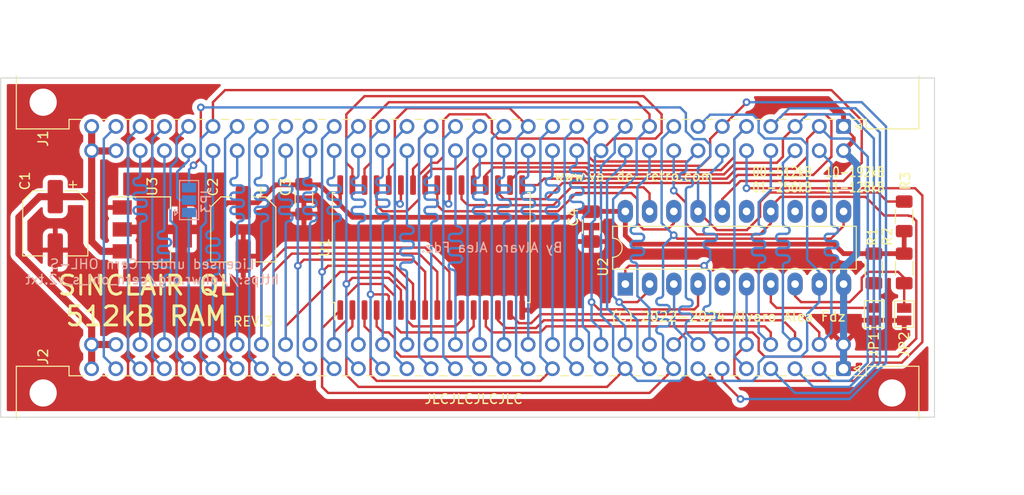
<source format=kicad_pcb>
(kicad_pcb (version 20240108) (generator "pcbnew") (generator_version "8.0")
  (title_block (title "External Expansion 512Kb memory for Sinclair QL") (date "2024-11-08") (rev "3") (company "(C) 2022 Alvaro Alea Fdz.") (comment 1 "https://ohwr.org/cern_ohl_s_v2.txt") (comment 2 "CERN Open Hardware Licence Version 2 - Strongly Reciprocal") (comment 3 "Under License"))
  (layers (0 "F.Cu" signal) (31 "B.Cu" signal) (34 "B.Paste" user) (35 "F.Paste" user) (36 "B.SilkS" user "B.Silkscreen") (37 "F.SilkS" user "F.Silkscreen") (38 "B.Mask" user) (39 "F.Mask" user) (44 "Edge.Cuts" user))
  (net 0 "")
  (net 1 "+9V")
  (net 2 "GND")
  (net 3 "VCC")
  (net 4 "/A3")
  (net 5 "/A4")
  (net 6 "/A5")
  (net 7 "/A6")
  (net 8 "/A7")
  (net 9 "/A8")
  (net 10 "/A9")
  (net 11 "/A10")
  (net 12 "/A11")
  (net 13 "/A12")
  (net 14 "/D7")
  (net 15 "/D6")
  (net 16 "/D5")
  (net 17 "/D4")
  (net 18 "/D3")
  (net 19 "/A2")
  (net 20 "/A1")
  (net 21 "/A0")
  (net 22 "/RW")
  (net 23 "/D0")
  (net 24 "/D1")
  (net 25 "/D2")
  (net 26 "/RAM_CE")
  (net 27 "/RAM_OE")
  (net 28 "/SP0")
  (net 29 "/SP1")
  (net 30 "/DSMC")
  (net 31 "/SP2")
  (net 32 "/A13")
  (net 33 "/A14")
  (net 34 "/A16")
  (net 35 "/A17")
  (net 36 "/A18")
  (net 37 "/A19")
  (net 38 "/SP3")
  (net 39 "/VPA")
  (net 40 "/E")
  (net 41 "/RESET")
  (net 42 "/A15")
  (net 43 "/DS")
  (net 44 "/AS")
  (net 45 "/DTACK")
  (net 46 "/BG")
  (net 47 "/BR")
  (net 48 "/CSYNC")
  (net 49 "/VSYNC")
  (net 50 "/GREEN")
  (net 51 "/BLUE")
  (net 52 "/FC2")
  (net 53 "/FC1")
  (net 54 "/FC0")
  (net 55 "/ROMOE")
  (net 56 "/IPL0")
  (net 57 "/BERR")
  (net 58 "/IPL1")
  (net 59 "/EXTINT")
  (net 60 "/CLKCPU")
  (net 61 "/RED")
  (net 62 "/DBG")
  (net 63 "/ma12v")
  (net 64 "/me12v")
  (net 65 "Net-(JP1-B)")
  (net 66 "Net-(JP2-B)")
  (net 67 "Net-(J2-~{BERR})")
  (net 72 "Net-(JP3-B)")
  (footprint "Jumper:SolderJumper-2_P1.3mm_Open_Pad1.0x1.5mm" (layer "F.Cu") (at 184.245 77.455 90)
    (property "Reference" "JP1")
    (property "Value" "Jumper_2_Open")
  )
  (footprint "Package_TO_SOT_SMD:SOT-223-3_TabPin2" (layer "F.Cu") (at 108.68 68.58)
    (property "Reference" "U3")
    (property "Value" "LM1117-5.0")
  )
  (footprint "Capacitor_SMD:CP_Elec_6.3x5.4" (layer "F.Cu") (at 98.52 67.945 -90)
    (property "Reference" "C1")
    (property "Value" "100u/25V")
  )
  (footprint "Capacitor_SMD:C_1206_3216Metric_Pad1.33x1.80mm_HandSolder" (layer "F.Cu") (at 154.654 68.2875 -90)
    (property "Reference" "C4")
    (property "Value" "100n")
  )
  (footprint "Capacitor_SMD:CP_Elec_6.3x5.4" (layer "F.Cu") (at 118.205 68.58 -90)
    (property "Reference" "C2")
    (property "Value" "100u/16V")
  )
  (footprint "Capacitor_SMD:C_1206_3216Metric_Pad1.33x1.80mm_HandSolder" (layer "F.Cu") (at 124.555 65.405 -90)
    (property "Reference" "C3")
    (property "Value" "100n")
  )
  (footprint "8bits:DIN41612_B_2x32_Female_Horizontal_THT" (layer "F.Cu") (at 181.07 57.785)
    (property "Reference" "J1")
    (property "Value" "QL_SLOT_DIN41612_FEMALE-90degrees")
  )
  (footprint "Resistor_SMD:R_1206_3216Metric_Pad1.30x1.75mm_HandSolder" (layer "F.Cu") (at 187.42 72.67 -90)
    (property "Reference" "R2")
    (property "Value" "10K")
  )
  (footprint "8bits:DIN41612_B_2x32_Male_Horizontal_THT" (layer "F.Cu") (at 181.07 83.185 180)
    (property "Reference" "J2")
    (property "Value" "QL_SLOT_DIN41612_MALE_90degrees")
  )
  (footprint "Jumper:SolderJumper-2_P1.3mm_Open_Pad1.0x1.5mm" (layer "F.Cu") (at 187.42 77.47 90)
    (property "Reference" "JP2")
    (property "Value" "Jumper_2_Open")
  )
  (footprint "Resistor_SMD:R_1206_3216Metric_Pad1.30x1.75mm_HandSolder" (layer "F.Cu") (at 187.42 67.209 90)
    (property "Reference" "R3")
    (property "Value" "10K")
  )
  (footprint "Package_DIP:DIP-20_W7.62mm_LongPads" (layer "F.Cu") (at 158.215 74.31 90)
    (property "Reference" "U2")
    (property "Value" "GAL16V8B-25QP")
  )
  (footprint "Resistor_SMD:R_1206_3216Metric_Pad1.30x1.75mm_HandSolder" (layer "F.Cu") (at 184.245 72.67 -90)
    (property "Reference" "R1")
    (property "Value" "10K")
  )
  (footprint "Package_SO:SSOP-32_11.305x20.495mm_P1.27mm" (layer "F.Cu") (at 137.89 70.485 90)
    (property "Reference" "U1")
    (property "Value" "HM628512BLFP-7")
  )
  (footprint "Jumper:SolderJumper-3_P1.3mm_Open_Pad1.0x1.5mm" (layer "B.Cu") (at 112.5309 65.5066 90)
    (property "Reference" "JP3")
    (property "Value" "Jumper_3_Open")
  )
  (gr_rect (start 92.805 52.705) (end 190.595 88.265) (stroke (width 0.1)) (fill none) (layer "Edge.Cuts"))
  (gr_text "Licensed under Cern OHL-S\nhttps://ohwr.org/cern_ohl_s_v2.txt" (at 108.68 73.025 0) (layer "B.SilkS") (effects (font (size 1 1)) (justify mirror)))
  (gr_text "By Alvaro Alea Fdz." (at 144.24 70.485 0) (layer "B.SilkS") (effects (font (size 1 1)) (justify mirror)))
  (gr_text "JLCJLCJLCJLC" (at 142.335 86.36 0) (layer "F.SilkS") (effects (font (size 1 1))))
  (gr_text "10-192kB\n11-128kB " (at 179.038 63.373 0) (layer "F.SilkS") (effects (font (size 1 0.8)) (justify left)))
  (gr_text "REV.3" (at 119.221 78.232 0) (layer "F.SilkS") (effects (font (size 1 1))))
  (gr_text "SINCLAIR QL\n512kB RAM" (at 108.045 76.073 0) (layer "F.SilkS") (effects (font (size 2 2) (thickness 0.3))))
  (gr_text "www.va-de-retro.com" (at 159.099 62.992 0) (layer "F.SilkS") (effects (font (size 1 1))))
  (gr_text "(C) 2022-2024 Alvaro Alea Fdz" (at 169.005 77.724 0) (layer "F.SilkS") (effects (font (size 1 1))))
  (gr_text "00-512kB\n01-256kB" (at 171.418 63.373 0) (layer "F.SilkS") (effects (font (size 1 0.8)) (justify left)))
  (segment (start 94.71 67.31) (end 94.71 71.12) (width 0.75) (layer "F.Cu") (net 1))
  (segment (start 101.955 65.145) (end 102.33 64.77) (width 0.75) (layer "F.Cu") (net 1))
  (segment (start 98.52 65.145) (end 101.955 65.145) (width 0.75) (layer "F.Cu") (net 1))
  (segment (start 103.36 70.88) (end 102.33 69.85) (width 0.75) (layer "F.Cu") (net 1))
  (segment (start 104.87 80.645) (end 102.33 80.645) (width 0.75) (layer "F.Cu") (net 1))
  (segment (start 102.33 80.645) (end 102.33 83.185) (width 0.75) (layer "F.Cu") (net 1))
  (segment (start 94.71 71.12) (end 102.33 78.74) (width 0.75) (layer "F.Cu") (net 1))
  (segment (start 98.52 65.145) (end 96.875 65.145) (width 0.75) (layer "F.Cu") (net 1))
  (segment (start 104.87 60.36) (end 102.33 60.36) (width 0.75) (layer "F.Cu") (net 1))
  (segment (start 94.71 67.31) (end 96.875 65.145) (width 0.75) (layer "F.Cu") (net 1))
  (segment (start 102.33 57.82) (end 102.33 60.36) (width 0.75) (layer "F.Cu") (net 1))
  (segment (start 105.53 70.88) (end 103.36 70.88) (width 0.75) (layer "F.Cu") (net 1))
  (segment (start 102.33 69.85) (end 102.33 60.36) (width 0.75) (layer "F.Cu") (net 1))
  (segment (start 102.33 78.74) (end 102.33 80.645) (width 0.75) (layer "F.Cu") (net 1))
  (segment (start 182.04 59.39) (end 181.07 60.36) (width 0.25) (layer "F.Cu") (net 2))
  (segment (start 154.654 69.85) (end 154.654 72.517) (width 0.35) (layer "F.Cu") (net 2))
  (segment (start 106.14 61.341) (end 105.632 61.849) (width 0.25) (layer "F.Cu") (net 2))
  (segment (start 109.061 55.88) (end 108.68 56.261) (width 0.25) (layer "F.Cu") (net 2))
  (segment (start 119.475 85.09) (end 118.84 84.455) (width 0.25) (layer "F.Cu") (net 2))
  (segment (start 118.205 71.38) (end 119.85 71.38) (width 0.5) (layer "F.Cu") (net 2))
  (segment (start 155.67 72.517) (end 149.447 72.517) (width 0.75) (layer "F.Cu") (net 2))
  (segment (start 106.14 56.515) (end 106.14 61.341) (width 0.25) (layer "F.Cu") (net 2))
  (segment (start 123.2161 68.6489) (end 138.5939 68.6489) (width 0.75) (layer "F.Cu") (net 2))
  (segment (start 116.3 78.74) (end 113.76 78.74) (width 0.25) (layer "F.Cu") (net 2))
  (segment (start 181.07 57.82) (end 182.04 58.79) (width 0.25) (layer "F.Cu") (net 2))
  (segment (start 106.775 55.88) (end 106.14 56.515) (width 0.25) (layer "F.Cu") (net 2))
  (segment (start 111.22 84.455) (end 111.22 75.565) (width 0.25) (layer "F.Cu") (net 2))
  (segment (start 111.22 56.515) (end 111.855 55.88) (width 0.25) (layer "F.Cu") (net 2))
  (segment (start 109.95 75.565) (end 111.22 75.565) (width 0.75) (layer "F.Cu") (net 2))
  (segment (start 108.68 75.565) (end 111.982 75.565) (width 0.75) (layer "F.Cu") (net 2))
  (segment (start 116.3 84.455) (end 116.3 78.74) (width 0.25) (layer "F.Cu") (net 2))
  (segment (start 109.061 55.88) (end 106.775 55.88) (width 0.25) (layer "F.Cu") (net 2))
  (segment (start 149.447 72.517) (end 147.415 70.485) (width 0.75) (layer "F.Cu") (net 2))
  (segment (start 104.108 61.849) (end 103.6 62.357) (width 0.25) (layer "F.Cu") (net 2))
  (segment (start 179.4923 70.952) (end 157.235 70.952) (width 0.75) (layer "F.Cu") (net 2))
  (segment (start 118.205 75.565) (end 109.95 75.565) (width 0.75) (layer "F.Cu") (net 2))
  (segment (start 106.14 79.375) (end 106.14 84.455) (width 0.25) (layer "F.Cu") (net 2))
  (segment (start 108.68 78.74) (end 106.775 78.74) (width 0.25) (layer "F.Cu") (net 2))
  (segment (start 108.68 75.565) (end 109.95 75.565) (width 0.75) (layer "F.Cu") (net 2))
  (segment (start 145.51 68.58) (end 138.6628 68.58) (width 0.75) (layer "F.Cu") (net 2))
  (segment (start 105.124 75.565) (end 108.68 75.565) (width 0.75) (layer "F.Cu") (net 2))
  (segment (start 108.68 56.261) (end 108.68 61.595) (width 0.25) (layer "F.Cu") (net 2))
  (segment (start 118.84 79.375) (end 118.205 78.74) (width 0.25) (layer "F.Cu") (net 2))
  (segment (start 123.285 85.09) (end 119.475 85.09) (width 0.25) (layer "F.Cu") (net 2))
  (segment (start 138.5939 68.6489) (end 139.8177 68.6489) (width 0.75) (layer "F.Cu") (net 2))
  (segment (start 105.632 61.849) (end 104.108 61.849) (width 0.25) (layer "F.Cu") (net 2))
  (segment (start 98.52 70.745) (end 100.552 70.739) (width 0.5) (layer "F.Cu") (net 2))
  (segment (start 100.552 70.739) (end 105.124 75.565) (width 0.75) (layer "F.Cu") (net 2))
  (segment (start 103.967 66.28) (end 105.53 66.28) (width 0.25) (layer "F.Cu") (net 2))
  (segment (start 124.555 68.58) (end 124.555 66.9675) (width 0.5) (layer "F.Cu") (net 2))
  (segment (start 106.775 78.74) (end 106.14 79.375) (width 0.25) (layer "F.Cu") (net 2))
  (segment (start 182.04 58.79) (end 182.04 59.39) (width 0.25) (layer "F.Cu") (net 2))
  (segment (start 111.855 55.88) (end 112.109 55.88) (width 0.25) (layer "F.Cu") (net 2))
  (segment (start 138.6628 68.58) (end 138.5939 68.6489) (width 0.75) (layer "F.Cu") (net 2))
  (segment (start 145.51 68.58) (end 147.415 70.485) (width 0.75) (layer "F.Cu") (net 2))
  (segment (start 181.075 74.31) (end 181.075 72.5347) (width 0.35) (layer "F.Cu") (net 2))
  (segment (start 181.07 57.82) (end 181.07 56.723985) (width 0.25) (layer "F.Cu") (net 2))
  (segment (start 118.84 79.375) (end 118.84 84.455) (width 0.25) (layer "F.Cu") (net 2))
  (segment (start 103.6 62.357) (end 103.6 65.913) (width 0.25) (layer "F.Cu") (net 2))
  (segment (start 111.22 56.515) (end 111.22 61.595) (width 0.25) (layer "F.Cu") (net 2))
  (segment (start 113.76 78.74) (end 108.68 78.74) (width 0.25) (layer "F.Cu") (net 2))
  (segment (start 103.6 65.913) (end 103.967 66.28) (width 0.25) (layer "F.Cu") (net 2))
  (segment (start 157.235 70.952) (end 155.67 72.517) (width 0.75) (layer "F.Cu") (net 2))
  (segment (start 181.07 56.723985) (end 179.591015 55.245) (width 0.25) (layer "F.Cu") (net 2))
  (segment (start 108.68 84.455) (end 108.68 78.74) (width 0.25) (layer "F.Cu") (net 2))
  (segment (start 181.075 72.5347) (end 179.4923 70.952) (width 0.35) (layer "F.Cu") (net 2))
  (segment (start 119.85 71.38) (end 122.5811 68.6489) (width 0.75) (layer "F.Cu") (net 2))
  (segment (start 123.92 84.455) (end 123.285 85.09) (width 0.25) (layer "F.Cu") (net 2))
  (segment (start 109.061 55.88) (end 112.109 55.88) (width 0.25) (layer "F.Cu") (net 2))
  (segment (start 122.5811 68.6489) (end 123.2161 68.6489) (width 0.75) (layer "F.Cu") (net 2))
  (segment (start 147.415 77.035) (end 147.415 70.485) (width 0.25) (layer "F.Cu") (net 2))
  (segment (start 118.205 78.74) (end 116.3 78.74) (width 0.25) (layer "F.Cu") (net 2))
  (segment (start 113.76 84.455) (end 113.76 78.74) (width 0.25) (layer "F.Cu") (net 2))
  (segment (start 118.205 75.565) (end 118.205 71.38) (width 0.5) (layer "F.Cu") (net 2))
  (segment (start 181.075 74.31) (end 181.075 72.5347) (width 0.75) (layer "B.Cu") (net 2))
  (segment (start 181.07 80.645) (end 181.07 83.185) (width 0.75) (layer "B.Cu") (net 2))
  (segment (start 182.4505 61.7405) (end 181.07 60.36) (width 0.75) (layer "B.Cu") (net 2))
  (segment (start 181.075 74.31) (end 181.075 80.64) (width 0.75) (layer "B.Cu") (net 2))
  (segment (start 182.4505 71.1592) (end 182.4505 61.7405) (width 0.75) (layer "B.Cu") (net 2))
  (segment (start 181.075 72.5347) (end 182.4505 71.1592) (width 0.75) (layer "B.Cu") (net 2))
  (segment (start 158.215 66.69) (end 158.215 69.21) (width 0.5) (layer "F.Cu") (net 3))
  (segment (start 153.13 66.675) (end 152.9572 66.675) (width 0.5) (layer "F.Cu") (net 3))
  (segment (start 111.83 68.58) (end 111.83 65.049) (width 1) (layer "F.Cu") (net 3))
  (segment (start 153.145 66.69) (end 153.13 66.675) (width 0.5) (layer "F.Cu") (net 3))
  (segment (start 111.83 68.58) (end 113.76 68.58) (width 1) (layer "F.Cu") (net 3))
  (segment (start 119.735 65.78) (end 121.6075 63.9075) (width 0.5) (layer "F.Cu") (net 3))
  (segment (start 111.83 68.58) (end 111.83 72.365) (width 1) (layer "F.Cu") (net 3))
  (segment (start 158.215 66.69) (end 153.145 66.69) (width 0.5) (layer "F.Cu") (net 3))
  (segment (start 126.2325 63.9075) (end 129.635 67.31) (width 0.5) (layer "F.Cu") (net 3))
  (segment (start 187.42 71.12) (end 184.245 71.12) (width 0.5) (layer "F.Cu") (net 3))
  (segment (start 158.215 69.21) (end 158.21 69.215) (width 0.5) (layer "F.Cu") (net 3))
  (segment (start 118.205 65.78) (end 119.735 65.78) (width 0.5) (layer "F.Cu") (net 3))
  (segment (start 105.53 68.58) (end 111.83 68.58) (width 1) (layer "F.Cu") (net 3))
  (segment (start 152.9572 66.675) (end 152.3222 67.31) (width 0.5) (layer "F.Cu") (net 3))
  (segment (start 116.56 65.78) (end 118.205 65.78) (width 0.5) (layer "F.Cu") (net 3))
  (segment (start 121.6075 63.9075) (end 125.19 63.9075) (width 0.5) (layer "F.Cu") (net 3))
  (segment (start 187.42 68.759) (end 187.42 71.12) (width 0.5) (layer "F.Cu") (net 3))
  (segment (start 159.12248 70.12748) (end 180.07748 70.12748) (width 0.5) (layer "F.Cu") (net 3))
  (segment (start 181.07 71.12) (end 184.245 71.12) (width 0.5) (layer "F.Cu") (net 3))
  (segment (start 158.21 69.215) (end 159.12248 70.12748) (width 0.5) (layer "F.Cu") (net 3))
  (segment (start 129.635 67.31) (end 152.3222 67.31) (width 0.5) (layer "F.Cu") (net 3))
  (segment (start 180.07748 70.12748) (end 181.07 71.12) (width 0.5) (layer "F.Cu") (net 3))
  (segment (start 125.19 63.9075) (end 126.2325 63.9075) (width 0.5) (layer "F.Cu") (net 3))
  (segment (start 128.365 63.935) (end 128.365 66.04) (width 0.35) (layer "F.Cu") (net 3))
  (segment (start 113.76 68.58) (end 116.56 65.78) (width 0.5) (layer "F.Cu") (net 3))
  (segment (start 121.38 81.915) (end 122.65 83.185) (width 0.25) (layer "F.Cu") (net 4))
  (segment (start 123.285 71.12) (end 121.38 73.025) (width 0.25) (layer "F.Cu") (net 4))
  (segment (start 138.525 77.035) (end 138.525 73.025) (width 0.25) (layer "F.Cu") (net 4))
  (segment (start 121.38 73.025) (end 121.38 81.915) (width 0.25) (layer "F.Cu") (net 4))
  (segment (start 136.62 71.12) (end 123.285 71.12) (width 0.25) (layer "F.Cu") (net 4))
  (segment (start 136.62 71.12) (end 138.525 73.025) (width 0.25) (layer "F.Cu") (net 4))
  (segment (start 121.38 81.915) (end 122.65 83.185) (width 0.25) (layer "B.Cu") (net 4))
  (segment (start 121.38 59.09) (end 121.38 81.915) (width 0.25) (layer "B.Cu") (net 4))
  (segment (start 122.65 57.82) (end 121.38 59.09) (width 0.25) (layer "B.Cu") (net 4))
  (segment (start 137.255 73.025) (end 137.255 77.035) (width 0.25) (layer "F.Cu") (net 5))
  (segment (start 123.92 72.39) (end 124.555 71.755) (width 0.25) (layer "F.Cu") (net 5))
  (segment (start 135.985 71.755) (end 137.255 73.025) (width 0.25) (layer "F.Cu") (net 5))
  (segment (start 124.555 71.755) (end 135.985 71.755) (width 0.25) (layer "F.Cu") (net 5))
  (via (at 123.92 72.39) (size 0.8) (drill 0.4) (layers "F.Cu" "B.Cu") (net 5))
  (segment (start 123.92 72.39) (end 123.92 59.09) (width 0.25) (layer "B.Cu") (net 5))
  (segment (start 123.92 72.39) (end 123.92 81.915) (width 0.25) (layer "B.Cu") (net 5))
  (segment (start 123.92 81.915) (end 125.19 83.185) (width 0.25) (layer "B.Cu") (net 5))
  (segment (start 123.92 59.09) (end 125.19 57.82) (width 0.25) (layer "B.Cu") (net 5))
  (segment (start 126.46 73.025) (end 127.095 72.39) (width 0.25) (layer "F.Cu") (net 6))
  (segment (start 127.095 72.39) (end 134.08 72.39) (width 0.25) (layer "F.Cu") (net 6))
  (segment (start 135.985 74.295) (end 135.985 77.035) (width 0.25) (layer "F.Cu") (net 6))
  (segment (start 134.08 72.39) (end 135.985 74.295) (width 0.25) (layer "F.Cu") (net 6))
  (via (at 126.46 73.025) (size 0.8) (drill 0.4) (layers "F.Cu" "B.Cu") (net 6))
  (segment (start 126.46 59.09) (end 127.73 57.82) (width 0.25) (layer "B.Cu") (net 6))
  (segment (start 126.46 81.915) (end 127.73 83.185) (width 0.25) (layer "B.Cu") (net 6))
  (segment (start 126.46 81.915) (end 126.46 59.09) (width 0.25) (layer "B.Cu") (net 6))
  (segment (start 134.715 74.930718) (end 134.715 77.035) (width 0.25) (layer "F.Cu") (net 7))
  (segment (start 129.635 73.66) (end 133.444282 73.66) (width 0.25) (layer "F.Cu") (net 7))
  (segment (start 129 74.295) (end 129.635 73.66) (width 0.25) (layer "F.Cu") (net 7))
  (segment (start 133.444282 73.66) (end 134.715 74.930718) (width 0.25) (layer "F.Cu") (net 7))
  (via (at 129 74.295) (size 0.8) (drill 0.4) (layers "F.Cu" "B.Cu") (net 7))
  (segment (start 129 81.915) (end 130.27 83.185) (width 0.25) (layer "B.Cu") (net 7))
  (segment (start 129 59.09) (end 130.27 57.82) (width 0.25) (layer "B.Cu") (net 7))
  (segment (start 129 74.295) (end 129 59.09) (width 0.25) (layer "B.Cu") (net 7))
  (segment (start 129 74.295) (end 129 81.915) (width 0.25) (layer "B.Cu") (net 7))
  (segment (start 131.54 75.3904) (end 133.269682 75.3904) (width 0.25) (layer "F.Cu") (net 8))
  (segment (start 133.445 75.565718) (end 133.445 77.035) (width 0.25) (layer "F.Cu") (net 8))
  (segment (start 133.269682 75.3904) (end 133.445 75.565718) (width 0.25) (layer "F.Cu") (net 8))
  (via (at 131.54 75.3904) (size 0.8) (drill 0.4) (layers "F.Cu" "B.Cu") (net 8))
  (segment (start 131.54 75.3904) (end 131.54 81.915) (width 0.25) (layer "B.Cu") (net 8))
  (segment (start 131.54 81.915) (end 132.81 83.185) (width 0.25) (layer "B.Cu") (net 8))
  (segment (start 131.54 75.3904) (end 131.54 59.09) (width 0.25) (layer "B.Cu") (net 8))
  (segment (start 131.54 59.09) (end 132.81 57.82) (width 0.25) (layer "B.Cu") (net 8))
  (segment (start 134.715 65.8235) (end 134.6255 65.913) (width 0.25) (layer "F.Cu") (net 9))
  (segment (start 134.715 63.935) (end 134.715 65.8235) (width 0.25) (layer "F.Cu") (net 9))
  (via (at 134.6255 65.913) (size 0.8) (drill 0.4) (layers "F.Cu" "B.Cu") (net 9))
  (segment (start 135.35 83.185) (end 134.08 81.915) (width 0.25) (layer "B.Cu") (net 9))
  (segment (start 134.08 81.915) (end 134.08 65.579) (width 0.25) (layer "B.Cu") (net 9))
  (segment (start 134.08 59.09) (end 134.08 65.579) (width 0.25) (layer "B.Cu") (net 9))
  (segment (start 135.35 57.82) (end 134.08 59.09) (width 0.25) (layer "B.Cu") (net 9))
  (segment (start 134.6255 65.913) (end 134.414 65.913) (width 0.25) (layer "B.Cu") (net 9))
  (segment (start 134.414 65.913) (end 134.08 65.579) (width 0.25) (layer "B.Cu") (net 9))
  (segment (start 136.62 61.595) (end 135.985 62.23) (width 0.25) (layer "F.Cu") (net 10))
  (segment (start 135.985 62.23) (end 135.985 63.935) (width 0.25) (layer "F.Cu") (net 10))
  (segment (start 137.89 57.82) (end 136.655 59.055) (width 0.25) (layer "F.Cu") (net 10))
  (segment (start 136.62 59.055) (end 136.62 61.595) (width 0.25) (layer "F.Cu") (net 10))
  (segment (start 136.655 59.055) (end 136.62 59.055) (width 0.25) (layer "F.Cu") (net 10))
  (segment (start 136.62 81.915) (end 136.62 59.09) (width 0.25) (layer "B.Cu") (net 10))
  (segment (start 136.62 59.09) (end 137.89 57.82) (width 0.25) (layer "B.Cu") (net 10))
  (segment (start 137.89 83.185) (end 136.62 81.915) (width 0.25) (layer "B.Cu") (net 10))
  (segment (start 139.795 63.935) (end 139.795 65.8235) (width 0.25) (layer "F.Cu") (net 11))
  (segment (start 139.795 65.8235) (end 139.7055 65.913) (width 0.25) (layer "F.Cu") (net 11))
  (via (at 139.7055 65.913) (size 0.8) (drill 0.4) (layers "F.Cu" "B.Cu") (net 11))
  (segment (start 139.16 59.055) (end 139.16 81.915) (width 0.25) (layer "B.Cu") (net 11))
  (segment (start 140.43 57.82) (end 139.195 59.055) (width 0.25) (layer "B.Cu") (net 11))
  (segment (start 139.195 59.055) (end 139.16 59.055) (width 0.25) (layer "B.Cu") (net 11))
  (segment (start 139.7055 65.913) (end 139.541 65.913) (width 0.25) (layer "B.Cu") (net 11))
  (segment (start 139.541 65.913) (end 139.16 65.532) (width 0.25) (layer "B.Cu") (net 11))
  (segment (start 139.16 81.915) (end 140.43 83.185) (width 0.25) (layer "B.Cu") (net 11))
  (segment (start 142.97 57.82) (end 141.7 59.09) (width 0.25) (layer "F.Cu") (net 12))
  (segment (start 141.7 60.96) (end 140.43 62.23) (width 0.25) (layer "F.Cu") (net 12))
  (segment (start 140.43 62.23) (end 137.935001 62.23) (width 0.25) (layer "F.Cu") (net 12))
  (segment (start 141.7 59.09) (end 141.7 60.96) (width 0.25) (layer "F.Cu") (net 12))
  (segment (start 137.255 62.910001) (end 137.255 63.935) (width 0.25) (layer "F.Cu") (net 12))
  (segment (start 137.935001 62.23) (end 137.255 62.910001) (width 0.25) (layer "F.Cu") (net 12))
  (segment (start 141.7 59.09) (end 142.97 57.82) (width 0.25) (layer "B.Cu") (net 12))
  (segment (start 142.97 83.185) (end 141.7 81.915) (width 0.25) (layer "B.Cu") (net 12))
  (segment (start 141.7 81.915) (end 141.7 59.09) (width 0.25) (layer "B.Cu") (net 12))
  (segment (start 134.08 80.01) (end 133.445 79.375) (width 0.25) (layer "F.Cu") (net 13))
  (segment (start 134.715 81.915) (end 134.08 81.28) (width 0.25) (layer "F.Cu") (net 13))
  (segment (start 145.51 83.185) (end 144.24 81.915) (width 0.25) (layer "F.Cu") (net 13))
  (segment (start 132.81 79.375) (end 132.175 78.74) (width 0.25) (layer "F.Cu") (net 13))
  (segment (start 132.175 78.74) (end 132.175 77.035) (width 0.25) (layer "F.Cu") (net 13))
  (segment (start 133.445 79.375) (end 132.81 79.375) (width 0.25) (layer "F.Cu") (net 13))
  (segment (start 144.24 81.915) (end 134.715 81.915) (width 0.25) (layer "F.Cu") (net 13))
  (segment (start 134.08 81.28) (end 134.08 80.01) (width 0.25) (layer "F.Cu") (net 13))
  (segment (start 144.24 59.09) (end 145.51 57.82) (width 0.25) (layer "B.Cu") (net 13))
  (segment (start 144.24 81.915) (end 144.24 59.09) (width 0.25) (layer "B.Cu") (net 13))
  (segment (start 145.51 83.185) (end 144.24 81.915) (width 0.25) (layer "B.Cu") (net 13))
  (segment (start 170.91 55.245) (end 170.91 55.28) (width 0.25) (layer "F.Cu") (net 14))
  (segment (start 166.1493 61.9107) (end 167.1 60.96) (width 0.25) (layer "F.Cu") (net 14))
  (segment (start 168.37 83.185) (end 168.37 84.455) (width 0.25) (layer "F.Cu") (net 14))
  (segment (start 170.91 55.28) (end 168.37 57.82) (width 0.25) (layer "F.Cu") (net 14))
  (segment (start 142.335 62.23) (end 142.9357 61.6293) (width 0.25) (layer "F.Cu") (net 14))
  (segment (start 142.335 63.935) (end 142.335 62.23) (width 0.25) (layer "F.Cu") (net 14))
  (segment (start 167.1 60.96) (end 167.1 59.09) (width 0.25) (layer "F.Cu") (net 14))
  (segment (start 168.37 84.455) (end 170.275 86.36) (width 0.25) (layer "F.Cu") (net 14))
  (segment (start 167.1 59.09) (end 168.37 57.82) (width 0.25) (layer "F.Cu") (net 14))
  (segment (start 154.3267 61.6293) (end 154.6081 61.9107) (width 0.25) (layer "F.Cu") (net 14))
  (segment (start 154.6081 61.9107) (end 166.1493 61.9107) (width 0.25) (layer "F.Cu") (net 14))
  (segment (start 142.9357 61.6293) (end 154.3267 61.6293) (width 0.25) (layer "F.Cu") (net 14))
  (via (at 170.275 86.36) (size 0.8) (drill 0.4) (layers "F.Cu" "B.Cu") (net 14))
  (via (at 170.91 55.245) (size 0.8) (drill 0.4) (layers "F.Cu" "B.Cu") (net 14))
  (segment (start 185.515 82.55) (end 181.705 86.36) (width 0.25) (layer "B.Cu") (net 14))
  (segment (start 185.515 57.785) (end 185.515 82.55) (width 0.25) (layer "B.Cu") (net 14))
  (segment (start 170.91 55.245) (end 182.975 55.245) (width 0.25) (layer "B.Cu") (net 14))
  (segment (start 181.705 86.36) (end 170.275 86.36) (width 0.25) (layer "B.Cu") (net 14))
  (segment (start 182.975 55.245) (end 185.515 57.785) (width 0.25) (layer "B.Cu") (net 14))
  (segment (start 143.605 62.865) (end 143.605 63.935) (width 0.25) (layer "F.Cu") (net 15))
  (segment (start 169.64 60.96) (end 168.239 62.361) (width 0.25) (layer "F.Cu") (net 15))
  (segment (start 168.239 62.361) (end 154.4215 62.361) (width 0.25) (layer "F.Cu") (net 15))
  (segment (start 170.91 57.82) (end 169.64 59.09) (width 0.25) (layer "F.Cu") (net 15))
  (segment (start 154.1412 62.0807) (end 144.3893 62.0807) (width 0.25) (layer "F.Cu") (net 15))
  (segment (start 154.4215 62.361) (end 154.1412 62.0807) (width 0.25) (layer "F.Cu") (net 15))
  (segment (start 169.64 59.09) (end 169.64 60.96) (width 0.25) (layer "F.Cu") (net 15))
  (segment (start 144.3893 62.0807) (end 143.605 62.865) (width 0.25) (layer "F.Cu") (net 15))
  (segment (start 169.64 59.09) (end 169.64 81.915) (width 0.25) (layer "B.Cu") (net 15))
  (segment (start 169.64 81.915) (end 170.91 83.185) (width 0.25) (layer "B.Cu") (net 15))
  (segment (start 170.91 57.82) (end 169.64 59.09) (width 0.25) (layer "B.Cu") (net 15))
  (segment (start 173.45 57.82) (end 174.72 56.55) (width 0.25) (layer "F.Cu") (net 16))
  (segment (start 177.895 62.865) (end 169.9789 62.865) (width 0.25) (layer "F.Cu") (net 16))
  (segment (start 179.165 56.515) (end 179.8 57.15) (width 0.25) (layer "F.Cu") (net 16))
  (segment (start 169.132 63.7119) (end 151.6481 63.7119) (width 0.25) (layer "F.Cu") (net 16))
  (segment (start 151.6481 63.7119) (end 149.955 65.405) (width 0.25) (layer "F.Cu") (net 16))
  (segment (start 149.955 65.405) (end 145.51 65.405) (width 0.25) (layer "F.Cu") (net 16))
  (segment (start 169.9789 62.865) (end 169.132 63.7119) (width 0.25) (layer "F.Cu") (net 16))
  (segment (start 179.8 57.15) (end 179.8 60.96) (width 0.25) (layer "F.Cu") (net 16))
  (segment (start 179.8 60.96) (end 177.895 62.865) (width 0.25) (layer "F.Cu") (net 16))
  (segment (start 145.51 65.405) (end 144.875 64.77) (width 0.25) (layer "F.Cu") (net 16))
  (segment (start 174.72 56.55) (end 174.72 56.515) (width 0.25) (layer "F.Cu") (net 16))
  (segment (start 174.72 56.515) (end 179.165 56.515) (width 0.25) (layer "F.Cu") (net 16))
  (segment (start 175.99 85.725) (end 173.45 83.185) (width 0.25) (layer "B.Cu") (net 16))
  (segment (start 181.704282 85.725) (end 175.99 85.725) (width 0.25) (layer "B.Cu") (net 16))
  (segment (start 184.88 82.549282) (end 181.704282 85.725) (width 0.25) (layer "B.Cu") (net 16))
  (segment (start 175.39 55.88) (end 182.34 55.88) (width 0.25) (layer "B.Cu") (net 16))
  (segment (start 184.88 58.42) (end 182.34 55.88) (width 0.25) (layer "B.Cu") (net 16))
  (segment (start 184.88 58.42) (end 184.88 82.549282) (width 0.25) (layer "B.Cu") (net 16))
  (segment (start 173.45 57.82) (end 175.39 55.88) (width 0.25) (layer "B.Cu") (net 16))
  (segment (start 147.0908 62.5311) (end 153.9547 62.5311) (width 0.25) (layer "F.Cu") (net 17))
  (segment (start 154.2349 62.8113) (end 168.549304 62.8113) (width 0.25) (layer "F.Cu") (net 17))
  (segment (start 169.765604 61.595) (end 174.085 61.595) (width 0.25) (layer "F.Cu") (net 17))
  (segment (start 146.145 63.4769) (end 147.0908 62.5311) (width 0.25) (layer "F.Cu") (net 17))
  (segment (start 174.72 60.96) (end 174.72 59.09) (width 0.25) (layer "F.Cu") (net 17))
  (segment (start 174.72 59.09) (end 175.99 57.82) (width 0.25) (layer "F.Cu") (net 17))
  (segment (start 168.549304 62.8113) (end 169.765604 61.595) (width 0.25) (layer "F.Cu") (net 17))
  (segment (start 153.9547 62.5311) (end 154.2349 62.8113) (width 0.25) (layer "F.Cu") (net 17))
  (segment (start 174.085 61.595) (end 174.72 60.96) (width 0.25) (layer "F.Cu") (net 17))
  (segment (start 181.705 56.515) (end 177.295 56.515) (width 0.25) (layer "B.Cu") (net 17))
  (segment (start 184.245 82.548564) (end 184.245 59.055) (width 0.25) (layer "B.Cu") (net 17))
  (segment (start 175.99 83.185) (end 177.895 85.09) (width 0.25) (layer "B.Cu") (net 17))
  (segment (start 184.245 59.055) (end 181.705 56.515) (width 0.25) (layer "B.Cu") (net 17))
  (segment (start 181.703564 85.09) (end 184.245 82.548564) (width 0.25) (layer "B.Cu") (net 17))
  (segment (start 177.895 85.09) (end 181.703564 85.09) (width 0.25) (layer "B.Cu") (net 17))
  (segment (start 177.295 56.515) (end 175.99 57.82) (width 0.25) (layer "B.Cu") (net 17))
  (segment (start 177.26 60.96) (end 177.26 59.09) (width 0.25) (layer "F.Cu") (net 18))
  (segment (start 149.7166 63.2616) (end 168.818904 63.2616) (width 0.25) (layer "F.Cu") (net 18))
  (segment (start 177.26 59.09) (end 178.53 57.82) (width 0.25) (layer "F.Cu") (net 18))
  (segment (start 169.850504 62.23) (end 175.99 62.23) (width 0.25) (layer "F.Cu") (net 18))
  (segment (start 168.818904 63.2616) (end 169.850504 62.23) (width 0.25) (layer "F.Cu") (net 18))
  (segment (start 147.415 63.935) (end 149.0432 63.935) (width 0.25) (layer "F.Cu") (net 18))
  (segment (start 149.0432 63.935) (end 149.7166 63.2616) (width 0.25) (layer "F.Cu") (net 18))
  (segment (start 175.99 62.23) (end 177.26 60.96) (width 0.25) (layer "F.Cu") (net 18))
  (segment (start 179.8 84.455) (end 181.702846 84.455) (width 0.25) (layer "B.Cu") (net 18))
  (segment (start 179.765 59.055) (end 178.53 57.82) (width 0.25) (layer "B.Cu") (net 18))
  (segment (start 183.61 82.547846) (end 183.61 60.96) (width 0.25) (layer "B.Cu") (net 18))
  (segment (start 181.702846 84.455) (end 183.61 82.547846) (width 0.25) (layer "B.Cu") (net 18))
  (segment (start 181.705 59.055) (end 179.765 59.055) (width 0.25) (layer "B.Cu") (net 18))
  (segment (start 183.61 60.96) (end 181.705 59.055) (width 0.25) (layer "B.Cu") (net 18))
  (segment (start 178.53 83.185) (end 179.8 84.455) (width 0.25) (layer "B.Cu") (net 18))
  (segment (start 137.255 70.485) (end 122.65 70.485) (width 0.25) (layer "F.Cu") (net 19))
  (segment (start 122.65 70.485) (end 120.11 73.025) (width 0.25) (layer "F.Cu") (net 19))
  (segment (start 139.795 73.025) (end 137.255 70.485) (width 0.25) (layer "F.Cu") (net 19))
  (segment (start 120.11 73.025) (end 120.11 80.645) (width 0.25) (layer "F.Cu") (net 19))
  (segment (start 139.795 77.035) (end 139.795 73.025) (width 0.25) (layer "F.Cu") (net 19))
  (segment (start 120.81 64.315) (end 120.81 64.365) (width 0.25) (layer "B.Cu") (net 19))
  (segment (start 119.76 63.965) (end 120.46 63.965) (width 0.25) (layer "B.Cu") (net 19))
  (segment (start 119.76 65.465) (end 120.46 65.465) (width 0.25) (layer "B.Cu") (net 19))
  (segment (start 120.11 60.36) (end 120.11 62.865) (width 0.25) (layer "B.Cu") (net 19))
  (segment (start 119.41 66.565) (end 119.41 66.615) (width 0.25) (layer "B.Cu") (net 19))
  (segment (start 119.76 66.965) (end 120.46 66.965) (width 0.25) (layer "B.Cu") (net 19))
  (segment (start 120.81 67.315) (end 120.81 67.365) (width 0.25) (layer "B.Cu") (net 19))
  (segment (start 119.76 64.715) (end 120.46 64.715) (width 0.25) (layer "B.Cu") (net 19))
  (segment (start 120.11 68.065) (end 120.11 80.645) (width 0.25) (layer "B.Cu") (net 19))
  (segment (start 119.41 63.565) (end 119.41 63.615) (width 0.25) (layer "B.Cu") (net 19))
  (segment (start 119.41 65.065) (end 119.41 65.115) (width 0.25) (layer "B.Cu") (net 19))
  (segment (start 120.81 65.815) (end 120.81 65.865) (width 0.25) (layer "B.Cu") (net 19))
  (segment (start 119.76 66.215) (end 120.46 66.215) (width 0.25) (layer "B.Cu") (net 19))
  (arc (start 119.76 66.215) (mid 119.512513 66.317513) (end 119.41 66.565) (width 0.25) (layer "B.Cu") (net 19))
  (arc (start 119.76 64.715) (mid 119.512513 64.817513) (end 119.41 65.065) (width 0.25) (layer "B.Cu") (net 19))
  (arc (start 120.46 65.465) (mid 120.707487 65.567513) (end 120.81 65.815) (width 0.25) (layer "B.Cu") (net 19))
  (arc (start 119.41 63.615) (mid 119.512513 63.862487) (end 119.76 63.965) (width 0.25) (layer "B.Cu") (net 19))
  (arc (start 119.41 65.115) (mid 119.512513 65.362487) (end 119.76 65.465) (width 0.25) (layer "B.Cu") (net 19))
  (arc (start 120.46 67.715) (mid 120.212513 67.817513) (end 120.11 68.065) (width 0.25) (layer "B.Cu") (net 19))
  (arc (start 120.46 66.965) (mid 120.707487 67.067513) (end 120.81 67.315) (width 0.25) (layer "B.Cu") (net 19))
  (arc (start 120.81 67.365) (mid 120.707487 67.612487) (end 120.46 67.715) (width 0.25) (layer "B.Cu") (net 19))
  (arc (start 120.81 65.865) (mid 120.707487 66.112487) (end 120.46 66.215) (width 0.25) (layer "B.Cu") (net 19))
  (arc (start 120.11 62.865) (mid 120.007487 63.112487) (end 119.76 63.215) (width 0.25) (layer "B.Cu") (net 19))
  (arc (start 119.41 66.615) (mid 119.512513 66.862487) (end 119.76 66.965) (width 0.25) (layer "B.Cu") (net 19))
  (arc (start 120.81 64.365) (mid 120.707487 64.612487) (end 120.46 64.715) (width 0.25) (layer "B.Cu") (net 19))
  (arc (start 120.46 63.965) (mid 120.707487 64.067513) (end 120.81 64.315) (width 0.25) (layer "B.Cu") (net 19))
  (arc (start 119.76 63.215) (mid 119.512513 63.317513) (end 119.41 63.565) (width 0.25) (layer "B.Cu") (net 19))
  (segment (start 135.9708 78.74) (end 135.35 78.1192) (width 0.25) (layer "F.Cu") (net 20))
  (segment (start 140.43 78.74) (end 135.9708 78.74) (width 0.25) (layer "F.Cu") (net 20))
  (segment (start 128.365 73.025) (end 122.65 78.74) (width 0.25) (layer "F.Cu") (net 20))
  (segment (start 135.35 78.1192) (end 135.35 74.93) (width 0.25) (layer "F.Cu") (net 20))
  (segment (start 141.065 78.105) (end 140.43 78.74) (width 0.25) (layer "F.Cu") (net 20))
  (segment (start 122.65 78.74) (end 122.65 80.645) (width 0.25) (layer "F.Cu") (net 20))
  (segment (start 141.065 77.035) (end 141.065 78.105) (width 0.25) (layer "F.Cu") (net 20))
  (segment (start 135.35 74.93) (end 133.445 73.025) (width 0.25) (layer "F.Cu") (net 20))
  (segment (start 133.445 73.025) (end 128.365 73.025) (width 0.25) (layer "F.Cu") (net 20))
  (segment (start 123.35 64.315) (end 123.35 64.365) (width 0.25) (layer "B.Cu") (net 20))
  (segment (start 123.35 67.315) (end 123.35 67.365) (width 0.25) (layer "B.Cu") (net 20))
  (segment (start 122.65 68.065) (end 122.65 80.645) (width 0.25) (layer "B.Cu") (net 20))
  (segment (start 123.35 65.815) (end 123.35 65.865) (width 0.25) (layer "B.Cu") (net 20))
  (segment (start 122.3 63.965) (end 123 63.965) (width 0.25) (layer "B.Cu") (net 20))
  (segment (start 121.95 66.565) (end 121.95 66.615) (width 0.25) (layer "B.Cu") (net 20))
  (segment (start 122.3 65.465) (end 123 65.465) (width 0.25) (layer "B.Cu") (net 20))
  (segment (start 122.3 66.215) (end 123 66.215) (width 0.25) (layer "B.Cu") (net 20))
  (segment (start 122.65 60.36) (end 122.65 62.865) (width 0.25) (layer "B.Cu") (net 20))
  (segment (start 122.3 64.715) (end 123 64.715) (width 0.25) (layer "B.Cu") (net 20))
  (segment (start 122.3 66.965) (end 123 66.965) (width 0.25) (layer "B.Cu") (net 20))
  (segment (start 121.95 65.065) (end 121.95 65.115) (width 0.25) (layer "B.Cu") (net 20))
  (segment (start 121.95 63.565) (end 121.95 63.615) (width 0.25) (layer "B.Cu") (net 20))
  (arc (start 122.65 62.865) (mid 122.547487 63.112487) (end 122.3 63.215) (width 0.25) (layer "B.Cu") (net 20))
  (arc (start 122.3 64.715) (mid 122.052513 64.817513) (end 121.95 65.065) (width 0.25) (layer "B.Cu") (net 20))
  (arc (start 123.35 64.365) (mid 123.247487 64.612487) (end 123 64.715) (width 0.25) (layer "B.Cu") (net 20))
  (arc (start 121.95 65.115) (mid 122.052513 65.362487) (end 122.3 65.465) (width 0.25) (layer "B.Cu") (net 20))
  (arc (start 123.35 67.365) (mid 123.247487 67.612487) (end 123 67.715) (width 0.25) (layer "B.Cu") (net 20))
  (arc (start 123 63.965) (mid 123.247487 64.067513) (end 123.35 64.315) (width 0.25) (layer "B.Cu") (net 20))
  (arc (start 121.95 66.615) (mid 122.052513 66.862487) (end 122.3 66.965) (width 0.25) (layer "B.Cu") (net 20))
  (arc (start 121.95 63.615) (mid 122.052513 63.862487) (end 122.3 63.965) (width 0.25) (layer "B.Cu") (net 20))
  (arc (start 123.35 65.865) (mid 123.247487 66.112487) (end 123 66.215) (width 0.25) (layer "B.Cu") (net 20))
  (arc (start 123 66.965) (mid 123.247487 67.067513) (end 123.35 67.315) (width 0.25) (layer "B.Cu") (net 20))
  (arc (start 123 67.715) (mid 122.752513 67.817513) (end 122.65 68.065) (width 0.25) (layer "B.Cu") (net 20))
  (arc (start 123 65.465) (mid 123.247487 65.567513) (end 123.35 65.815) (width 0.25) (layer "B.Cu") (net 20))
  (arc (start 122.3 63.215) (mid 122.052513 63.317513) (end 121.95 63.565) (width 0.25) (layer "B.Cu") (net 20))
  (arc (start 122.3 66.215) (mid 122.052513 66.317513) (end 121.95 66.565) (width 0.25) (layer "B.Cu") (net 20))
  (segment (start 132.81 74.295) (end 134.08 75.565) (width 0.25) (layer "F.Cu") (net 21))
  (segment (start 142.335 78.74) (end 142.335 77.035) (width 0.25) (layer "F.Cu") (net 21))
  (segment (start 134.08 78.74) (end 134.715 79.375) (width 0.25) (layer "F.Cu") (net 21))
  (segment (start 127.73 80.645) (end 127.73 79.375) (width 0.25) (layer "F.Cu") (net 21))
  (segment (start 130.27 74.295) (end 132.81 74.295) (width 0.25) (layer "F.Cu") (net 21))
  (segment (start 134.08 75.565) (end 134.08 78.74) (width 0.25) (layer "F.Cu") (net 21))
  (segment (start 127.73 79.375) (end 129 78.105) (width 0.25) (layer "F.Cu") (net 21))
  (segment (start 129 75.565) (end 130.27 74.295) (width 0.25) (layer "F.Cu") (net 21))
  (segment (start 141.7 79.375) (end 142.335 78.74) (width 0.25) (layer "F.Cu") (net 21))
  (segment (start 134.715 79.375) (end 141.7 79.375) (width 0.25) (layer "F.Cu") (net 21))
  (segment (start 129 78.105) (end 129 75.565) (width 0.25) (layer "F.Cu") (net 21))
  (segment (start 127.38 64.715) (end 128.08 64.715) (width 0.25) (layer "B.Cu") (net 21))
  (segment (start 127.03 63.565) (end 127.03 63.615) (width 0.25) (layer "B.Cu") (net 21))
  (segment (start 127.73 68.065) (end 127.73 80.645) (width 0.25) (layer "B.Cu") (net 21))
  (segment (start 128.43 65.815) (end 128.43 65.865) (width 0.25) (layer "B.Cu") (net 21))
  (segment (start 127.38 65.465) (end 128.08 65.465) (width 0.25) (layer "B.Cu") (net 21))
  (segment (start 128.43 64.315) (end 128.43 64.365) (width 0.25) (layer "B.Cu") (net 21))
  (segment (start 128.43 67.315) (end 128.43 67.365) (width 0.25) (layer "B.Cu") (net 21))
  (segment (start 127.73 60.36) (end 127.73 62.865) (width 0.25) (layer "B.Cu") (net 21))
  (segment (start 127.38 66.215) (end 128.08 66.215) (width 0.25) (layer "B.Cu") (net 21))
  (segment (start 127.38 63.965) (end 128.08 63.965) (width 0.25) (layer "B.Cu") (net 21))
  (segment (start 127.03 65.065) (end 127.03 65.115) (width 0.25) (layer "B.Cu") (net 21))
  (segment (start 127.38 66.965) (end 128.08 66.965) (width 0.25) (layer "B.Cu") (net 21))
  (segment (start 127.03 66.565) (end 127.03 66.615) (width 0.25) (layer "B.Cu") (net 21))
  (arc (start 128.43 65.865) (mid 128.327487 66.112487) (end 128.08 66.215) (width 0.25) (layer "B.Cu") (net 21))
  (arc (start 128.08 67.715) (mid 127.832513 67.817513) (end 127.73 68.065) (width 0.25) (layer "B.Cu") (net 21))
  (arc (start 128.43 67.365) (mid 128.327487 67.612487) (end 128.08 67.715) (width 0.25) (layer "B.Cu") (net 21))
  (arc (start 128.08 65.465) (mid 128.327487 65.567513) (end 128.43 65.815) (width 0.25) (layer "B.Cu") (net 21))
  (arc (start 127.38 63.215) (mid 127.132513 63.317513) (end 127.03 63.565) (width 0.25) (layer "B.Cu") (net 21))
  (arc (start 127.03 66.615) (mid 127.132513 66.862487) (end 127.38 66.965) (width 0.25) (layer "B.Cu") (net 21))
  (arc (start 128.08 63.965) (mid 128.327487 64.067513) (end 128.43 64.315) (width 0.25) (layer "B.Cu") (net 21))
  (arc (start 127.03 65.115) (mid 127.132513 65.362487) (end 127.38 65.465) (width 0.25) (layer "B.Cu") (net 21))
  (arc (start 127.38 66.215) (mid 127.132513 66.317513) (end 127.03 66.565) (width 0.25) (layer "B.Cu") (net 21))
  (arc (start 128.43 64.365) (mid 128.327487 64.612487) (end 128.08 64.715) (width 0.25) (layer "B.Cu") (net 21))
  (arc (start 128.08 66.965) (mid 128.327487 67.067513) (end 128.43 67.315) (width 0.25) (layer "B.Cu") (net 21))
  (arc (start 127.73 62.865) (mid 127.627487 63.112487) (end 127.38 63.215) (width 0.25) (layer "B.Cu") (net 21))
  (arc (start 127.03 63.615) (mid 127.132513 63.862487) (end 127.38 63.965) (width 0.25) (layer "B.Cu") (net 21))
  (arc (start 127.38 64.715) (mid 127.132513 64.817513) (end 127.03 65.065) (width 0.25) (layer "B.Cu") (net 21))
  (segment (start 139.16 57.15) (end 139.16 60.96) (width 0.25) (layer "F.Cu") (net 22))
  (segment (start 154.9004 61.4604) (end 154.4 60.96) (width 0.25) (layer "F.Cu") (net 22))
  (segment (start 139.16 60.96) (end 138.525 61.595) (width 0.25) (layer "F.Cu") (net 22))
  (segment (start 165.83 60.36) (end 164.7296 61.4604) (width 0.25) (layer "F.Cu") (net 22))
  (segment (start 153.765 59.055) (end 144.875 59.055) (width 0.25) (layer "F.Cu") (net 22))
  (segment (start 139.795 56.515) (end 139.16 57.15) (width 0.25) (layer "F.Cu") (net 22))
  (segment (start 138.525 61.595) (end 137.894772 61.595) (width 0.25) (layer "F.Cu") (net 22))
  (segment (start 136.62 65.405) (end 136.62 64.77) (width 0.25) (layer "F.Cu") (net 22))
  (segment (start 143.605 56.515) (end 144.24 57.15) (width 0.25) (layer "F.Cu") (net 22))
  (segment (start 132.175 66.04) (end 132.81 66.675) (width 0.25) (layer "F.Cu") (net 22))
  (segment (start 144.875 59.055) (end 144.24 58.42) (width 0.25) (layer "F.Cu") (net 22))
  (segment (start 135.35 66.675) (end 136.62 65.405) (width 0.25) (layer "F.Cu") (net 22))
  (segment (start 136.60952 62.880252) (end 136.60952 65.010708) (width 0.25) (layer "F.Cu") (net 22))
  (segment (start 143.605 56.515) (end 139.795 56.515) (width 0.25) (layer "F.Cu") (net 22))
  (segment (start 154.4 60.96) (end 154.4 59.69) (width 0.25) (layer "F.Cu") (net 22))
  (segment (start 137.894772 61.595) (end 136.60952 62.880252) (width 0.25) (layer "F.Cu") (net 22))
  (segment (start 132.175 63.935) (end 132.175 66.04) (width 0.25) (layer "F.Cu") (net 22))
  (segment (start 132.81 66.675) (end 135.35 66.675) (width 0.25) (layer "F.Cu") (net 22))
  (segment (start 144.24 58.42) (end 144.24 57.15) (width 0.25) (layer "F.Cu") (net 22))
  (segment (start 154.4 59.69) (end 153.765 59.055) (width 0.25) (layer "F.Cu") (net 22))
  (segment (start 164.7296 61.4604) (end 154.9004 61.4604) (width 0.25) (layer "F.Cu") (net 22))
  (segment (start 163.86 77.065) (end 163.86 77.015) (width 0.25) (layer "B.Cu") (net 22))
  (segment (start 164.600711 62.270711) (end 164.600711 61.589289) (width 0.25) (layer "B.Cu") (net 22))
  (segment (start 164.56 75.565) (end 164.56 64.470711) (width 0.25) (layer "B.Cu") (net 22))
  (segment (start 164.950711 63.370711) (end 164.250711 63.370711) (width 0.25) (layer "B.Cu") (net 22))
  (segment (start 165.26 76.315) (end 165.26 76.265) (width 0.25) (layer "B.Cu") (net 22))
  (segment (start 165.83 80.645) (end 164.56 79.375) (width 0.25) (layer "B.Cu") (net 22))
  (segment (start 164.91 77.415) (end 164.21 77.415) (width 0.25) (layer "B.Cu") (net 22))
  (segment (start 164.21 76.665) (end 164.91 76.665) (width 0.25) (layer "B.Cu") (net 22))
  (segment (start 163.900711 63.020711) (end 163.900711 62.970711) (width 0.25) (layer "B.Cu") (net 22))
  (segment (start 164.600711 61.589289) (end 165.83 60.36) (width 0.25) (layer "B.Cu") (net 22))
  (segment (start 165.300711 63.770711) (end 165.300711 63.720711) (width 0.25) (layer "B.Cu") (net 22))
  (segment (start 164.56 79.375) (end 164.56 78.515) (width 0.25) (layer "B.Cu") (net 22))
  (segment (start 165.26 77.815) (end 165.26 77.765) (width 0.25) (layer "B.Cu") (net 22))
  (arc (start 164.91 78.165) (mid 165.157487 78.062487) (end 165.26 77.815) (width 0.25) (layer "B.Cu") (net 22))
  (arc (start 164.250711 62.620711) (mid 164.498198 62.518198) (end 164.600711 62.270711) (width 0.25) (layer "B.Cu") (net 22))
  (arc (start 164.56 78.515) (mid 164.662513 78.267513) (end 164.91 78.165) (width 0.25) (layer "B.Cu") (net 22))
  (arc (start 165.26 76.265) (mid 165.157487 76.017513) (end 164.91 75.915) (width 0.25) (layer "B.Cu") (net 22))
  (arc (start 164.91 76.665) (mid 165.157487 76.562487) (end 165.26 76.315) (width 0.25) (layer "B.Cu") (net 22))
  (arc (start 164.56 64.470711) (mid 164.662513 64.223224) (end 164.91 64.120711) (width 0.25) (layer "B.Cu") (net 22))
  (arc (start 163.900711 62.970711) (mid 164.003224 62.723224) (end 164.250711 62.620711) (width 0.25) (layer "B.Cu") (net 22))
  (arc (start 164.91 75.915) (mid 164.662513 75.812487) (end 164.56 75.565) (width 0.25) (layer "B.Cu") (net 22))
  (arc (start 164.21 77.415) (mid 163.962513 77.312487) (end 163.86 77.065) (width 0.25) (layer "B.Cu") (net 22))
  (arc (start 165.300711 63.720711) (mid 165.198198 63.473224) (end 164.950711 63.370711) (width 0.25) (layer "B.Cu") (net 22))
  (arc (start 164.950711 64.120711) (mid 165.198195 64.018195) (end 165.300711 63.770711) (width 0.25) (layer "B.Cu") (net 22))
  (arc (start 163.86 77.015) (mid 163.962513 76.767513) (end 164.21 76.665) (width 0.25) (layer "B.Cu") (net 22))
  (arc (start 165.26 77.765) (mid 165.157487 77.517513) (end 164.91 77.415) (width 0.25) (layer "B.Cu") (net 22))
  (arc (start 164.250711 63.370711) (mid 164.003224 63.268198) (end 163.900711 63.020711) (width 0.25) (layer "B.Cu") (net 22))
  (segment (start 173.45 79.375) (end 172.815 78.74) (width 0.25) (layer "F.Cu") (net 23))
  (segment (start 146.1444 79.3744) (end 146.1438 79.375) (width 0.25) (layer "F.Cu") (net 23))
  (segment (start 146.1438 79.375) (end 144.24 79.375) (width 0.25) (layer "F.Cu") (net 23))
  (segment (start 143.605 78.74) (end 143.605 77.035) (width 0.25) (layer "F.Cu") (net 23))
  (segment (start 149.3206 79.3744) (end 146.1444 79.3744) (width 0.25) (layer "F.Cu") (net 23))
  (segment (start 172.815 78.74) (end 149.955 78.74) (width 0.25) (layer "F.Cu") (net 23))
  (segment (start 149.955 78.74) (end 149.3206 79.3744) (width 0.25) (layer "F.Cu") (net 23))
  (segment (start 173.45 80.645) (end 173.45 79.375) (width 0.25) (layer "F.Cu") (net 23))
  (segment (start 144.24 79.375) (end 143.605 78.74) (width 0.25) (layer "F.Cu") (net 23))
  (segment (start 172.88 71.645) (end 172.88 71.695) (width 0.25) (layer "B.Cu") (net 23))
  (segment (start 172.88 70.145) (end 172.88 70.195) (width 0.25) (layer "B.Cu") (net 23))
  (segment (start 173.45 64.4621) (end 172.18 65.7321) (width 0.25) (layer "B.Cu") (net 23))
  (segment (start 172.18 72.395) (end 172.18 79.375) (width 0.25) (layer "B.Cu") (net 23))
  (segment (start 171.48 69.395) (end 171.48 69.445) (width 0.25) (layer "B.Cu") (net 23))
  (segment (start 172.88 68.645) (end 172.88 68.695) (width 0.25) (layer "B.Cu") (net 23))
  (segment (start 171.83 70.545) (end 172.53 70.545) (width 0.25) (layer "B.Cu") (net 23))
  (segment (start 173.45 60.36) (end 173.45 64.4621) (width 0.25) (layer "B.Cu") (net 23))
  (segment (start 171.83 69.045) (end 172.53 69.045) (width 0.25) (layer "B.Cu") (net 23))
  (segment (start 171.48 70.895) (end 171.48 70.945) (width 0.25) (layer "B.Cu") (net 23))
  (segment (start 172.18 65.7321) (end 172.18 67.945) (width 0.25) (layer "B.Cu") (net 23))
  (segment (start 171.83 69.795) (end 172.53 69.795) (width 0.25) (layer "B.Cu") (net 23))
  (segment (start 172.18 79.375) (end 173.45 80.645) (width 0.25) (layer "B.Cu") (net 23))
  (segment (start 171.83 71.295) (end 172.53 71.295) (width 0.25) (layer "B.Cu") (net 23))
  (arc (start 171.48 70.945) (mid 171.582513 71.192487) (end 171.83 71.295) (width 0.25) (layer "B.Cu") (net 23))
  (arc (start 172.18 67.945) (mid 172.282513 68.192487) (end 172.53 68.295) (width 0.25) (layer "B.Cu") (net 23))
  (arc (start 172.53 69.795) (mid 172.777487 69.897513) (end 172.88 70.145) (width 0.25) (layer "B.Cu") (net 23))
  (arc (start 172.53 72.045) (mid 172.282513 72.147513) (end 172.18 72.395) (width 0.25) (layer "B.Cu") (net 23))
  (arc (start 172.53 71.295) (mid 172.777487 71.397513) (end 172.88 71.645) (width 0.25) (layer "B.Cu") (net 23))
  (arc (start 171.83 70.545) (mid 171.582513 70.647513) (end 171.48 70.895) (width 0.25) (layer "B.Cu") (net 23))
  (arc (start 172.53 68.295) (mid 172.777487 68.397513) (end 172.88 68.645) (width 0.25) (layer "B.Cu") (net 23))
  (arc (start 171.48 69.445) (mid 171.582513 69.692487) (end 171.83 69.795) (width 0.25) (layer "B.Cu") (net 23))
  (arc (start 171.83 69.045) (mid 171.582513 69.147513) (end 171.48 69.395) (width 0.25) (layer "B.Cu") (net 23))
  (arc (start 172.88 68.695) (mid 172.777487 68.942487) (end 172.53 69.045) (width 0.25) (layer "B.Cu") (net 23))
  (arc (start 172.88 71.695) (mid 172.777487 71.942487) (end 172.53 72.045) (width 0.25) (layer "B.Cu") (net 23))
  (arc (start 172.88 70.195) (mid 172.777487 70.442487) (end 172.53 70.545) (width 0.25) (layer "B.Cu") (net 23))
  (segment (start 144.875 78.105) (end 144.875 77.035) (width 0.25) (layer "F.Cu") (net 24))
  (segment (start 175.99 79.375) (end 174.72 78.105) (width 0.25) (layer "F.Cu") (net 24))
  (segment (start 145.6915 78.9215) (end 144.875 78.105) (width 0.25) (layer "F.Cu") (net 24))
  (segment (start 148.8665 78.9215) (end 145.6915 78.9215) (width 0.25) (layer "F.Cu") (net 24))
  (segment (start 175.99 80.645) (end 175.99 79.375) (width 0.25) (layer "F.Cu") (net 24))
  (segment (start 149.683 78.105) (end 148.8665 78.9215) (width 0.25) (layer "F.Cu") (net 24))
  (segment (start 174.72 78.105) (end 149.683 78.105) (width 0.25) (layer "F.Cu") (net 24))
  (segment (start 175.42 71.645) (end 175.42 71.695) (width 0.25) (layer "B.Cu") (net 24))
  (segment (start 174.02 69.395) (end 174.02 69.445) (width 0.25) (layer "B.Cu") (net 24))
  (segment (start 174.72 79.375) (end 175.99 80.645) (width 0.25) (layer "B.Cu") (net 24))
  (segment (start 174.37 69.045) (end 175.07 69.045) (width 0.25) (layer "B.Cu") (net 24))
  (segment (start 175.42 70.145) (end 175.42 70.195) (width 0.25) (layer "B.Cu") (net 24))
  (segment (start 174.02 70.895) (end 174.02 70.945) (width 0.25) (layer "B.Cu") (net 24))
  (segment (start 175.42 68.645) (end 175.42 68.695) (width 0.25) (layer "B.Cu") (net 24))
  (segment (start 175.99 60.36) (end 174.755 61.595) (width 0.25) (layer "B.Cu") (net 24))
  (segment (start 174.37 70.545) (end 175.07 70.545) (width 0.25) (layer "B.Cu") (net 24))
  (segment (start 174.37 71.295) (end 175.07 71.295) (width 0.25) (layer "B.Cu") (net 24))
  (segment (start 174.755 61.595) (end 174.72 61.595) (width 0.25) (layer "B.Cu") (net 24))
  (segment (start 174.72 61.595) (end 174.72 67.945) (width 0.25) (layer "B.Cu") (net 24))
  (segment (start 174.37 69.795) (end 175.07 69.795) (width 0.25) (layer "B.Cu") (net 24))
  (segment (start 174.72 72.395) (end 174.72 79.375) (width 0.25) (layer "B.Cu") (net 24))
  (arc (start 175.42 70.195) (mid 175.317487 70.442487) (end 175.07 70.545) (width 0.25) (layer "B.Cu") (net 24))
  (arc (start 175.42 71.695) (mid 175.317487 71.942487) (end 175.07 72.045) (width 0.25) (layer "B.Cu") (net 24))
  (arc (start 175.07 69.795) (mid 175.317487 69.897513) (end 175.42 70.145) (width 0.25) (layer "B.Cu") (net 24))
  (arc (start 174.02 69.445) (mid 174.122513 69.692487) (end 174.37 69.795) (width 0.25) (layer "B.Cu") (net 24))
  (arc (start 175.07 68.295) (mid 175.317487 68.397513) (end 175.42 68.645) (width 0.25) (layer "B.Cu") (net 24))
  (arc (start 174.37 69.045) (mid 174.122513 69.147513) (end 174.02 69.395) (width 0.25) (layer "B.Cu") (net 24))
  (arc (start 175.42 68.695) (mid 175.317487 68.942487) (end 175.07 69.045) (width 0.25) (layer "B.Cu") (net 24))
  (arc (start 174.72 67.945) (mid 174.822513 68.192487) (end 175.07 68.295) (width 0.25) (layer "B.Cu") (net 24))
  (arc (start 175.07 72.045) (mid 174.822513 72.147513) (end 174.72 72.395) (width 0.25) (layer "B.Cu") (net 24))
  (arc (start 174.37 70.545) (mid 174.122513 70.647513) (end 174.02 70.895) (width 0.25) (layer "B.Cu") (net 24))
  (arc (start 174.02 70.945) (mid 174.122513 71.192487) (end 174.37 71.295) (width 0.25) (layer "B.Cu") (net 24))
  (arc (start 175.07 71.295) (mid 175.317487 71.397513) (end 175.42 71.645) (width 0.25) (layer "B.Cu") (net 24))
  (segment (start 149.3093 77.4593) (end 148.3568 78.4118) (width 0.25) (layer "F.Cu") (net 25))
  (segment (start 178.53 80.645) (end 178.53 79.375) (width 0.25) (layer "F.Cu") (net 25))
  (segment (start 178.53 79.375) (end 176.625 77.47) (width 0.25) (layer "F.Cu") (net 25))
  (segment (start 147.0854 78.4118) (end 146.145 77.4714) (width 0.25) (layer "F.Cu") (net 25))
  (segment (start 149.32 77.47) (end 149.3093 77.4593) (width 0.25) (layer "F.Cu") (net 25))
  (segment (start 148.3568 78.4118) (end 147.0854 78.4118) (width 0.25) (layer "F.Cu") (net 25))
  (segment (start 176.625 77.47) (end 149.32 77.47) (width 0.25) (layer "F.Cu") (net 25))
  (segment (start 179.45 70.545) (end 180.15 70.545) (width 0.25) (layer "B.Cu") (net 25))
  (segment (start 179.1 70.895) (end 179.1 70.945) (width 0.25) (layer "B.Cu") (net 25))
  (segment (start 179.45 69.045) (end 180.15 69.045) (width 0.25) (layer "B.Cu") (net 25))
  (segment (start 178.53 60.36) (end 179.8 61.63) (width 0.25) (layer "B.Cu") (net 25))
  (segment (start 179.45 71.295) (end 180.15 71.295) (width 0.25) (layer "B.Cu") (net 25))
  (segment (start 179.8 72.395) (end 179.8 79.375) (width 0.25) (layer "B.Cu") (net 25))
  (segment (start 179.1 69.395) (end 179.1 69.445) (width 0.25) (layer "B.Cu") (net 25))
  (segment (start 179.8 61.63) (end 179.8 67.945) (width 0.25) (layer "B.Cu") (net 25))
  (segment (start 180.5 70.145) (end 180.5 70.195) (width 0.25) (layer "B.Cu") (net 25))
  (segment (start 180.5 68.645) (end 180.5 68.695) (width 0.25) (layer "B.Cu") (net 25))
  (segment (start 179.8 79.375) (end 178.53 80.645) (width 0.25) (layer "B.Cu") (net 25))
  (segment (start 179.45 69.795) (end 180.15 69.795) (width 0.25) (layer "B.Cu") (net 25))
  (segment (start 180.5 71.645) (end 180.5 71.695) (width 0.25) (layer "B.Cu") (net 25))
  (arc (start 179.45 69.045) (mid 179.202513 69.147513) (end 179.1 69.395) (width 0.25) (layer "B.Cu") (net 25))
  (arc (start 180.15 72.045) (mid 179.902513 72.147513) (end 179.8 72.395) (width 0.25) (layer "B.Cu") (net 25))
  (arc (start 179.1 70.945) (mid 179.202513 71.192487) (end 179.45 71.295) (width 0.25) (layer "B.Cu") (net 25))
  (arc (start 180.15 68.295) (mid 180.397487 68.397513) (end 180.5 68.645) (width 0.25) (layer "B.Cu") (net 25))
  (arc (start 179.1 69.445) (mid 179.202513 69.692487) (end 179.45 69.795) (width 0.25) (layer "B.Cu") (net 25))
  (arc (start 180.5 68.695) (mid 180.397487 68.942487) (end 180.15 69.045) (width 0.25) (layer "B.Cu") (net 25))
  (arc (start 180.15 69.795) (mid 180.397487 69.897513) (end 180.5 70.145) (width 0.25) (layer "B.Cu") (net 25))
  (arc (start 179.45 70.545) (mid 179.202513 70.647513) (end 179.1 70.895) (width 0.25) (layer "B.Cu") (net 25))
  (arc (start 180.15 71.295) (mid 180.397487 71.397513) (end 180.5 71.645) (width 0.25) (layer "B.Cu") (net 25))
  (arc (start 180.5 70.195) (mid 180.397487 70.442487) (end 180.15 70.545) (width 0.25) (layer "B.Cu") (net 25))
  (arc (start 180.5 71.695) (mid 180.397487 71.942487) (end 180.15 72.045) (width 0.25) (layer "B.Cu") (net 25))
  (arc (start 179.8 67.945) (mid 179.902513 68.192487) (end 180.15 68.295) (width 0.25) (layer "B.Cu") (net 25))
  (segment (start 160.755 64.80142) (end 160.115 64.16142) (width 0.25) (layer "F.Cu") (net 26))
  (segment (start 160.115 64.16142) (end 152.56028 64.16142) (width 0.25) (layer "F.Cu") (net 26))
  (segment (start 160.755 66.69) (end 160.755 64.80142) (width 0.25) (layer "F.Cu") (net 26))
  (segment (start 141.7 66.04) (end 141.065 65.405) (width 0.25) (layer "F.Cu") (net 26))
  (segment (start 152.56028 64.16142) (end 150.6817 66.04) (width 0.25) (layer "F.Cu") (net 26))
  (segment (start 150.6817 66.04) (end 141.7 66.04) (width 0.25) (layer "F.Cu") (net 26))
  (segment (start 141.065 65.405) (end 141.065 63.935) (width 0.25) (layer "F.Cu") (net 26))
  (segment (start 153.0764 64.77) (end 151.1714 66.675) (width 0.25) (layer "F.Cu") (net 27))
  (segment (start 162.655 68.58) (end 163.295 67.94) (width 0.25) (layer "F.Cu") (net 27))
  (segment (start 159.48 67.945) (end 160.115 68.58) (width 0.25) (layer "F.Cu") (net 27))
  (segment (start 138.525 66.04) (end 138.525 63.935) (width 0.25) (layer "F.Cu") (net 27))
  (segment (start 151.1714 66.675) (end 139.16 66.675) (width 0.25) (layer "F.Cu") (net 27))
  (segment (start 163.295 67.94) (end 163.295 66.69) (width 0.25) (layer "F.Cu") (net 27))
  (segment (start 158.845 64.77) (end 153.0764 64.77) (width 0.25) (layer "F.Cu") (net 27))
  (segment (start 160.115 68.58) (end 162.655 68.58) (width 0.25) (layer "F.Cu") (net 27))
  (segment (start 159.48 65.405) (end 159.48 67.945) (width 0.25) (layer "F.Cu") (net 27))
  (segment (start 139.16 66.675) (end 138.525 66.04) (width 0.25) (layer "F.Cu") (net 27))
  (segment (start 159.48 65.405) (end 158.845 64.77) (width 0.25) (layer "F.Cu") (net 27))
  (segment (start 109.95 57.82) (end 108.68 59.09) (width 0.25) (layer "B.Cu") (net 28))
  (segment (start 108.68 59.09) (end 108.68 81.915) (width 0.25) (layer "B.Cu") (net 28))
  (segment (start 108.68 81.915) (end 109.95 83.185) (width 0.25) (layer "B.Cu") (net 28))
  (segment (start 111.22 59.055) (end 111.22 61.3664) (width 0.25) (layer "B.Cu") (net 29))
  (segment (start 110.585 67.6656) (end 111.22 68.3006) (width 0.25) (layer "B.Cu") (net 29))
  (segment (start 111.22 68.3006) (end 111.22 81.915) (width 0.25) (layer "B.Cu") (net 29))
  (segment (start 111.255 59.055) (end 111.22 59.055) (width 0.25) (layer "B.Cu") (net 29))
  (segment (start 111.22 81.915) (end 112.49 83.185) (width 0.25) (layer "B.Cu") (net 29))
  (segment (start 110.585 62.0014) (end 110.585 67.6656) (width 0.25) (layer "B.Cu") (net 29))
  (segment (start 112.49 57.82) (end 111.255 59.055) (width 0.25) (layer "B.Cu") (net 29))
  (segment (start 111.22 61.3664) (end 110.585 62.0014) (width 0.25) (layer "B.Cu") (net 29))
  (segment (start 168.37 65.405) (end 168.375 65.41) (width 0.25) (layer "F.Cu") (net 30))
  (segment (start 179.8 53.975) (end 182.975 57.15) (width 0.25) (layer "F.Cu") (net 30))
  (segment (start 182.975 57.15) (end 182.975 61.595) (width 0.25) (layer "F.Cu") (net 30))
  (segment (start 115.03 55.245) (end 116.3 53.975) (width 0.25) (layer "F.Cu") (net 30))
  (segment (start 182.975 61.595) (end 181.07 63.5) (width 0.25) (layer "F.Cu") (net 30))
  (segment (start 115.03 57.82) (end 115.03 55.245) (width 0.25) (layer "F.Cu") (net 30))
  (segment (start 181.07 63.5) (end 170.275 63.5) (width 0.25) (layer "F.Cu") (net 30))
  (segment (start 116.3 53.975) (end 179.8 53.975) (width 0.25) (layer "F.Cu") (net 30))
  (segment (start 170.275 63.5) (end 168.37 65.405) (width 0.25) (layer "F.Cu") (net 30))
  (segment (start 168.375 65.41) (end 168.375 66.69) (width 0.25) (layer "F.Cu") (net 30))
  (segment (start 113.76 81.915) (end 113.76 68.3768) (width 0.25) (layer "B.Cu") (net 30))
  (segment (start 113.76 61.3664) (end 113.76 59.09) (width 0.25) (layer "B.Cu") (net 30))
  (segment (start 114.2934 61.8998) (end 113.76 61.3664) (width 0.25) (layer "B.Cu") (net 30))
  (segment (start 114.2934 67.8434) (end 114.2934 61.8998) (width 0.25) (layer "B.Cu") (net 30))
  (segment (start 115.03 83.185) (end 113.76 81.915) (width 0.25) (layer "B.Cu") (net 30))
  (segment (start 113.76 59.09) (end 115.03 57.82) (width 0.25) (layer "B.Cu") (net 30))
  (segment (start 113.76 68.3768) (end 114.2934 67.8434) (width 0.25) (layer "B.Cu") (net 30))
  (segment (start 116.3 59.09) (end 116.3 81.915) (width 0.25) (layer "B.Cu") (net 31))
  (segment (start 117.57 57.82) (end 116.3 59.09) (width 0.25) (layer "B.Cu") (net 31))
  (segment (start 116.3 81.915) (end 117.57 83.185) (width 0.25) (layer "B.Cu") (net 31))
  (segment (start 134.08 61.595) (end 133.445 62.23) (width 0.25) (layer "F.Cu") (net 32))
  (segment (start 146.11 55.88) (end 135.35 55.88) (width 0.25) (layer "F.Cu") (net 32))
  (segment (start 135.35 55.88) (end 134.08 57.15) (width 0.25) (layer "F.Cu") (net 32))
  (segment (start 133.445 62.23) (end 133.445 63.935) (width 0.25) (layer "F.Cu") (net 32))
  (segment (start 134.08 57.15) (end 134.08 61.595) (width 0.25) (layer "F.Cu") (net 32))
  (segment (start 148.05 57.82) (end 146.11 55.88) (width 0.25) (layer "F.Cu") (net 32))
  (segment (start 146.78 59.09) (end 146.78 81.915) (width 0.25) (layer "B.Cu") (net 32))
  (segment (start 148.05 57.82) (end 146.78 59.09) (width 0.25) (layer "B.Cu") (net 32))
  (segment (start 146.78 81.915) (end 148.05 83.185) (width 0.25) (layer "B.Cu") (net 32))
  (segment (start 150.59 83.185) (end 149.32 84.455) (width 0.25) (layer "F.Cu") (net 33))
  (segment (start 131.54 79.375) (end 130.905 78.74) (width 0.25) (layer "F.Cu") (net 33))
  (segment (start 130.905 78.74) (end 130.905 77.035) (width 0.25) (layer "F.Cu") (net 33))
  (segment (start 132.175 84.455) (end 131.54 83.82) (width 0.25) (layer "F.Cu") (net 33))
  (segment (start 149.32 84.455) (end 132.175 84.455) (width 0.25) (layer "F.Cu") (net 33))
  (segment (start 131.54 83.82) (end 131.54 79.375) (width 0.25) (layer "F.Cu") (net 33))
  (segment (start 149.32 59.09) (end 150.59 57.82) (width 0.25) (layer "B.Cu") (net 33))
  (segment (start 150.59 83.185) (end 149.32 81.915) (width 0.25) (layer "B.Cu") (net 33))
  (segment (start 149.32 81.915) (end 149.32 59.09) (width 0.25) (layer "B.Cu") (net 33))
  (segment (start 130.27 85.09) (end 156.305 85.09) (width 0.25) (layer "F.Cu") (net 34))
  (segment (start 156.305 85.09) (end 158.21 83.185) (width 0.25) (layer "F.Cu") (net 34))
  (segment (start 129.635 77.035) (end 129.635 78.74) (width 0.25) (layer "F.Cu") (net 34))
  (segment (start 129 83.82) (end 130.27 85.09) (width 0.25) (layer "F.Cu") (net 34))
  (segment (start 129.635 78.74) (end 129 79.375) (width 0.25) (layer "F.Cu") (net 34))
  (segment (start 129 79.375) (end 129 83.82) (width 0.25) (layer "F.Cu") (net 34))
  (segment (start 155.67 61.9716) (end 157.1064 60.5352) (width 0.25) (layer "B.Cu") (net 34))
  (segment (start 164.56 80.010718) (end 164.56 83.82) (width 0.25) (layer "B.Cu") (net 34))
  (segment (start 156.94 78.867) (end 155.67 77.597) (width 0.25) (layer "B.Cu") (net 34))
  (segment (start 159.48 84.455) (end 156.94 81.915) (width 0.25) (layer "B.Cu") (net 34))
  (segment (start 163.925 84.455) (end 159.48 84.455) (width 0.25) (layer "B.Cu") (net 34))
  (segment (start 157.1064 60.5352) (end 157.1064 58.9236) (width 0.25) (layer "B.Cu") (net 34))
  (segment (start 164.56 83.82) (end 163.925 84.455) (width 0.25) (layer "B.Cu") (net 34))
  (segment (start 163.323648 78.774366) (end 164.56 80.010718) (width 0.25) (layer "B.Cu") (net 34))
  (segment (start 156.94 81.915) (end 156.94 78.867) (width 0.25) (layer "B.Cu") (net 34))
  (segment (start 163.323648 74.338648) (end 163.323648 78.774366) (width 0.25) (layer "B.Cu") (net 34))
  (segment (start 155.67 77.597) (end 155.67 61.9716) (width 0.25) (layer "B.Cu") (net 34))
  (segment (start 157.1064 58.9236) (end 158.21 57.82) (width 0.25) (layer "B.Cu") (net 34))
  (segment (start 160.755 74.925) (end 159.48 76.2) (width 0.25) (layer "F.Cu") (net 35))
  (segment (start 131.54 57.15) (end 131.54 61.595) (width 0.25) (layer "F.Cu") (net 35))
  (segment (start 159.48 76.2) (end 157.575 76.2) (width 0.25) (layer "F.Cu") (net 35))
  (segment (start 160.75 57.82) (end 160.75 56.515) (width 0.25) (layer "F.Cu") (net 35))
  (segment (start 133.445 55.245) (end 131.54 57.15) (width 0.25) (layer "F.Cu") (net 35))
  (segment (start 130.905 62.23) (end 130.905 63.935) (width 0.25) (layer "F.Cu") (net 35))
  (segment (start 160.75 56.515) (end 159.48 55.245) (width 0.25) (layer "F.Cu") (net 35))
  (segment (start 131.54 61.595) (end 130.905 62.23) (width 0.25) (layer "F.Cu") (net 35))
  (segment (start 159.48 55.245) (end 133.445 55.245) (width 0.25) (layer "F.Cu") (net 35))
  (via (at 157.575 76.2) (size 0.8) (drill 0.4) (layers "F.Cu" "B.Cu") (net 35))
  (segment (start 159.48 78.105) (end 156.94 75.565) (width 0.25) (layer "B.Cu") (net 35))
  (segment (start 160.75 83.185) (end 159.48 81.915) (width 0.25) (layer "B.Cu") (net 35))
  (segment (start 159.4008 59.1692) (end 160.75 57.82) (width 0.25) (layer "B.Cu") (net 35))
  (segment (start 156.94 75.565) (end 156.94 65.405) (width 0.25) (layer "B.Cu") (net 35))
  (segment (start 159.4008 62.9442) (end 159.4008 59.1692) (width 0.25) (layer "B.Cu") (net 35))
  (segment (start 159.48 81.915) (end 159.48 78.105) (width 0.25) (layer "B.Cu") (net 35))
  (segment (start 156.94 65.405) (end 159.4008 62.9442) (width 0.25) (layer "B.Cu") (net 35))
  (segment (start 181.075 66.69) (end 181.075 68.2153) (width 0.25) (layer "F.Cu") (net 36))
  (segment (start 179.73782 69.55248) (end 163.65498 69.55248) (width 0.25) (layer "F.Cu") (net 36))
  (segment (start 127.095 85.725) (end 160.75 85.725) (width 0.25) (layer "F.Cu") (net 36))
  (segment (start 181.075 68.2153) (end 179.73782 69.55248) (width 0.25) (layer "F.Cu") (net 36))
  (segment (start 163.65498 69.55248) (end 163.29 69.1875) (width 0.25) (layer "F.Cu") (net 36))
  (segment (start 126.46 78.94) (end 126.46 85.09) (width 0.25) (layer "F.Cu") (net 36))
  (segment (start 160.75 85.725) (end 163.29 83.185) (width 0.25) (layer "F.Cu") (net 36))
  (segment (start 126.46 85.09) (end 127.095 85.725) (width 0.25) (layer "F.Cu") (net 36))
  (segment (start 128.365 77.035) (end 126.46 78.94) (width 0.25) (layer "F.Cu") (net 36))
  (via (at 163.29 69.1875) (size 0.8) (drill 0.4) (layers "F.Cu" "B.Cu") (net 36))
  (segment (start 162.02 59.09) (end 162.02 67.9175) (width 0.25) (layer "B.Cu") (net 36))
  (segment (start 161.4696 79.1604) (end 161.4696 79.1104) (width 0.25) (layer "B.Cu") (net 36))
  (segment (start 162.8696 78.4104) (end 162.8696 78.3604) (width 0.25) (layer "B.Cu") (net 36))
  (segment (start 162.8696 76.9104) (end 162.8696 76.8604) (width 0.25) (layer "B.Cu") (net 36))
  (segment (start 162.1696 75.4104) (end 162.1696 70.3079) (width 0.25) (layer "B.Cu") (net 36))
  (segment (start 163.29 57.82) (end 162.02 59.09) (width 0.25) (layer "B.Cu") (net 36))
  (segment (start 161.8196 78.0104) (end 162.5196 78.0104) (width 0.25) (layer "B.Cu") (net 36))
  (segment (start 161.8196 78.7604) (end 162.5196 78.7604) (width 0.25) (layer "B.Cu") (net 36))
  (segment (start 162.02 67.9175) (end 163.29 69.1875) (width 0.25) (layer "B.Cu") (net 36))
  (segment (start 161.4696 77.6604) (end 161.4696 77.6104) (width 0.25) (layer "B.Cu") (net 36))
  (segment (start 161.4696 76.1604) (end 161.4696 76.1104) (width 0.25) (layer "B.Cu") (net 36))
  (segment (start 163.29 83.185) (end 162.1696 82.0646) (width 0.25) (layer "B.Cu") (net 36))
  (segment (start 161.8196 76.5104) (end 162.5196 76.5104) (width 0.25) (layer "B.Cu") (net 36))
  (segment (start 162.1696 70.3079) (end 163.29 69.1875) (width 0.25) (layer "B.Cu") (net 36))
  (segment (start 162.1696 82.0646) (end 162.1696 79.8604) (width 0.25) (layer "B.Cu") (net 36))
  (segment (start 161.8196 77.2604) (end 162.5196 77.2604) (width 0.25) (layer "B.Cu") (net 36))
  (arc (start 161.4696 77.6104) (mid 161.572113 77.362913) (end 161.8196 77.2604) (width 0.25) (layer "B.Cu") (net 36))
  (arc (start 162.5196 78.7604) (mid 162.767087 78.657887) (end 162.8696 78.4104) (width 0.25) (layer "B.Cu") (net 36))
  (arc (start 161.4696 76.1104) (mid 161.572113 75.862913) (end 161.8196 75.7604) (width 0.25) (layer "B.Cu") (net 36))
  (arc (start 161.8196 78.0104) (mid 161.572113 77.907887) (end 161.4696 77.6604) (width 0.25) (layer "B.Cu") (net 36))
  (arc (start 162.8696 76.8604) (mid 162.767087 76.612913) (end 162.5196 76.5104) (width 0.25) (layer "B.Cu") (net 36))
  (arc (start 162.1696 79.8604) (mid 162.067087 79.612913) (end 161.8196 79.5104) (width 0.25) (layer "B.Cu") (net 36))
  (arc (start 161.4696 79.1104) (mid 161.572113 78.862913) (end 161.8196 78.7604) (width 0.25) (layer "B.Cu") (net 36))
  (arc (start 161.8196 76.5104) (mid 161.572113 76.407887) (end 161.4696 76.1604) (width 0.25) (layer "B.Cu") (net 36))
  (arc (start 161.8196 79.5104) (mid 161.572113 79.407887) (end 161.4696 79.1604) (width 0.25) (layer "B.Cu") (net 36))
  (arc (start 161.8196 75.7604) (mid 162.067087 75.657887) (end 162.1696 75.4104) (width 0.25) (layer "B.Cu") (net 36))
  (arc (start 162.8696 78.3604) (mid 162.767087 78.112913) (end 162.5196 78.0104) (width 0.25) (layer "B.Cu") (net 36))
  (arc (start 162.5196 77.2604) (mid 162.767087 77.157887) (end 162.8696 76.9104) (width 0.25) (layer "B.Cu") (net 36))
  (segment (start 171.545 84.455) (end 172.18 83.82) (width 0.25) (layer "B.Cu") (net 37))
  (segment (start 172.815 59.055) (end 176.625 59.055) (width 0.25) (layer "B.Cu") (net 37))
  (segment (start 171.58 56.55) (end 172.18 57.15) (width 0.25) (layer "B.Cu") (net 37))
  (segment (start 178.535 73.03) (end 178.535 74.31) (width 0.25) (layer "B.Cu") (net 37))
  (segment (start 172.18 82.55) (end 172.815 81.915) (width 0.25) (layer "B.Cu") (net 37))
  (segment (start 176.625 81.915) (end 177.26 81.28) (width 0.25) (layer "B.Cu") (net 37))
  (segment (start 177.26 81.28) (end 177.26 77.47) (width 0.25) (layer "B.Cu") (net 37))
  (segment (start 165.83 57.82) (end 167.1 56.55) (width 0.25) (layer "B.Cu") (net 37))
  (segment (start 178.535 76.195) (end 178.535 74.31) (width 0.25) (layer "B.Cu") (net 37))
  (segment (start 176.625 59.055) (end 177.26 59.69) (width 0.25) (layer "B.Cu") (net 37))
  (segment (start 177.26 59.69) (end 177.26 71.755) (width 0.25) (layer "B.Cu") (net 37))
  (segment (start 165.83 83.185) (end 167.1 84.455) (width 0.25) (layer "B.Cu") (net 37))
  (segment (start 172.18 58.42) (end 172.815 59.055) (width 0.25) (layer "B.Cu") (net 37))
  (segment (start 172.18 57.15) (end 172.18 58.42) (width 0.25) (layer "B.Cu") (net 37))
  (segment (start 172.815 81.915) (end 176.625 81.915) (width 0.25) (layer "B.Cu") (net 37))
  (segment (start 177.26 71.755) (end 178.535 73.03) (width 0.25) (layer "B.Cu") (net 37))
  (segment (start 167.1 84.455) (end 171.545 84.455) (width 0.25) (layer "B.Cu") (net 37))
  (segment (start 177.26 77.47) (end 178.535 76.195) (width 0.25) (layer "B.Cu") (net 37))
  (segment (start 172.18 83.82) (end 172.18 82.55) (width 0.25) (layer "B.Cu") (net 37))
  (segment (start 167.1 56.55) (end 171.58 56.55) (width 0.25) (layer "B.Cu") (net 37))
  (segment (start 117.22 64.715) (end 117.92 64.715) (width 0.25) (layer "B.Cu") (net 38))
  (segment (start 117.22 63.965) (end 117.92 63.965) (width 0.25) (layer "B.Cu") (net 38))
  (segment (start 118.27 64.315) (end 118.27 64.365) (width 0.25) (layer "B.Cu") (net 38))
  (segment (start 117.22 66.965) (end 117.92 66.965) (width 0.25) (layer "B.Cu") (net 38))
  (segment (start 116.87 66.565) (end 116.87 66.615) (width 0.25) (layer "B.Cu") (net 38))
  (segment (start 117.22 65.465) (end 117.92 65.465) (width 0.25) (layer "B.Cu") (net 38))
  (segment (start 117.57 60.36) (end 117.57 62.865) (width 0.25) (layer "B.Cu") (net 38))
  (segment (start 118.27 65.815) (end 118.27 65.865) (width 0.25) (layer "B.Cu") (net 38))
  (segment (start 116.87 63.565) (end 116.87 63.615) (width 0.25) (layer "B.Cu") (net 38))
  (segment (start 117.57 68.065) (end 117.57 80.645) (width 0.25) (layer "B.Cu") (net 38))
  (segment (start 117.22 66.215) (end 117.92 66.215) (width 0.25) (layer "B.Cu") (net 38))
  (segment (start 116.87 65.065) (end 116.87 65.115) (width 0.25) (layer "B.Cu") (net 38))
  (segment (start 118.27 67.315) (end 118.27 67.365) (width 0.25) (layer "B.Cu") (net 38))
  (arc (start 116.87 63.615) (mid 116.972513 63.862487) (end 117.22 63.965) (width 0.25) (layer "B.Cu") (net 38))
  (arc (start 116.87 65.115) (mid 116.972513 65.362487) (end 117.22 65.465) (width 0.25) (layer "B.Cu") (net 38))
  (arc (start 117.57 62.865) (mid 117.467487 63.112487) (end 117.22 63.215) (width 0.25) (layer "B.Cu") (net 38))
  (arc (start 117.92 63.965) (mid 118.167487 64.067513) (end 118.27 64.315) (width 0.25) (layer "B.Cu") (net 38))
  (arc (start 117.22 64.715) (mid 116.972513 64.817513) (end 116.87 65.065) (width 0.25) (layer "B.Cu") (net 38))
  (arc (start 118.27 67.365) (mid 118.167487 67.612487) (end 117.92 67.715) (width 0.25) (layer "B.Cu") (net 38))
  (arc (start 118.27 64.365) (mid 118.167487 64.612487) (end 117.92 64.715) (width 0.25) (layer "B.Cu") (net 38))
  (arc (start 117.92 67.715) (mid 117.672513 67.817513) (end 117.57 68.065) (width 0.25) (layer "B.Cu") (net 38))
  (arc (start 117.22 66.215) (mid 116.972513 66.317513) (end 116.87 66.565) (width 0.25) (layer "B.Cu") (net 38))
  (arc (start 118.27 65.865) (mid 118.167487 66.112487) (end 117.92 66.215) (width 0.25) (layer "B.Cu") (net 38))
  (arc (start 117.92 66.965) (mid 118.167487 67.067513) (end 118.27 67.315) (width 0.25) (layer "B.Cu") (net 38))
  (arc (start 117.92 65.465) (mid 118.167487 65.567513) (end 118.27 65.815) (width 0.25) (layer "B.Cu") (net 38))
  (arc (start 116.87 66.615) (mid 116.972513 66.862487) (end 117.22 66.965) (width 0.25) (layer "B.Cu") (net 38))
  (arc (start 117.22 63.215) (mid 116.972513 63.317513) (end 116.87 63.565) (width 0.25) (layer "B.Cu") (net 38))
  (segment (start 142.62 66.215) (end 143.32 66.215) (width 0.25) (layer "B.Cu") (net 39))
  (segment (start 142.27 66.565) (end 142.27 66.615) (width 0.25) (layer "B.Cu") (net 39))
  (segment (start 142.97 68.065) (end 142.97 80.645) (width 0.25) (layer "B.Cu") (net 39))
  (segment (start 143.67 64.315) (end 143.67 64.365) (width 0.25) (layer "B.Cu") (net 39))
  (segment (start 142.62 65.465) (end 143.32 65.465) (width 0.25) (layer "B.Cu") (net 39))
  (segment (start 143.67 67.315) (end 143.67 67.365) (width 0.25) (layer "B.Cu") (net 39))
  (segment (start 142.62 66.965) (end 143.32 66.965) (width 0.25) (layer "B.Cu") (net 39))
  (segment (start 142.62 63.965) (end 143.32 63.965) (width 0.25) (layer "B.Cu") (net 39))
  (segment (start 142.27 63.565) (end 142.27 63.615) (width 0.25) (layer "B.Cu") (net 39))
  (segment (start 142.27 65.065) (end 142.27 65.115) (width 0.25) (layer "B.Cu") (net 39))
  (segment (start 142.97 60.36) (end 142.97 62.865) (width 0.25) (layer "B.Cu") (net 39))
  (segment (start 142.62 64.715) (end 143.32 64.715) (width 0.25) (layer "B.Cu") (net 39))
  (segment (start 143.67 65.815) (end 143.67 65.865) (width 0.25) (layer "B.Cu") (net 39))
  (arc (start 142.62 66.215) (mid 142.372513 66.317513) (end 142.27 66.565) (width 0.25) (layer "B.Cu") (net 39))
  (arc (start 142.27 63.615) (mid 142.372513 63.862487) (end 142.62 63.965) (width 0.25) (layer "B.Cu") (net 39))
  (arc (start 142.62 64.715) (mid 142.372513 64.817513) (end 142.27 65.065) (width 0.25) (layer "B.Cu") (net 39))
  (arc (start 142.27 66.615) (mid 142.372513 66.862487) (end 142.62 66.965) (width 0.25) (layer "B.Cu") (net 39))
  (arc (start 143.67 64.365) (mid 143.567487 64.612487) (end 143.32 64.715) (width 0.25) (layer "B.Cu") (net 39))
  (arc (start 142.62 63.215) (mid 142.372513 63.317513) (end 142.27 63.565) (width 0.25) (layer "B.Cu") (net 39))
  (arc (start 142.27 65.115) (mid 142.372513 65.362487) (end 142.62 65.465) (width 0.25) (layer "B.Cu") (net 39))
  (arc (start 143.67 67.365) (mid 143.567487 67.612487) (end 143.32 67.715) (width 0.25) (layer "B.Cu") (net 39))
  (arc (start 143.32 67.715) (mid 143.072513 67.817513) (end 142.97 68.065) (width 0.25) (layer "B.Cu") (net 39))
  (arc (start 143.32 66.965) (mid 143.567487 67.067513) (end 143.67 67.315) (width 0.25) (layer "B.Cu") (net 39))
  (arc (start 143.32 63.965) (mid 143.567487 64.067513) (end 143.67 64.315) (width 0.25) (layer "B.Cu") (net 39))
  (arc (start 143.67 65.865) (mid 143.567487 66.112487) (end 143.32 66.215) (width 0.25) (layer "B.Cu") (net 39))
  (arc (start 142.97 62.865) (mid 142.867487 63.112487) (end 142.62 63.215) (width 0.25) (layer "B.Cu") (net 39))
  (arc (start 143.32 65.465) (mid 143.567487 65.567513) (end 143.67 65.815) (width 0.25) (layer "B.Cu") (net 39))
  (segment (start 147.7 63.965) (end 148.4 63.965) (width 0.25) (layer "B.Cu") (net 40))
  (segment (start 148.75 65.815) (end 148.75 65.865) (width 0.25) (layer "B.Cu") (net 40))
  (segment (start 147.35 65.065) (end 147.35 65.115) (width 0.25) (layer "B.Cu") (net 40))
  (segment (start 148.05 60.36) (end 148.05 62.865) (width 0.25) (layer "B.Cu") (net 40))
  (segment (start 148.05 68.065) (end 148.05 80.645) (width 0.25) (layer "B.Cu") (net 40))
  (segment (start 147.7 65.465) (end 148.4 65.465) (width 0.25) (layer "B.Cu") (net 40))
  (segment (start 147.7 66.215) (end 148.4 66.215) (width 0.25) (layer "B.Cu") (net 40))
  (segment (start 147.7 66.965) (end 148.4 66.965) (width 0.25) (layer "B.Cu") (net 40))
  (segment (start 147.7 64.715) (end 148.4 64.715) (width 0.25) (layer "B.Cu") (net 40))
  (segment (start 148.75 64.315) (end 148.75 64.365) (width 0.25) (layer "B.Cu") (net 40))
  (segment (start 147.35 63.565) (end 147.35 63.615) (width 0.25) (layer "B.Cu") (net 40))
  (segment (start 148.75 67.315) (end 148.75 67.365) (width 0.25) (layer "B.Cu") (net 40))
  (segment (start 147.35 66.565) (end 147.35 66.615) (width 0.25) (layer "B.Cu") (net 40))
  (arc (start 148.4 67.715) (mid 148.152513 67.817513) (end 148.05 68.065) (width 0.25) (layer "B.Cu") (net 40))
  (arc (start 147.35 63.615) (mid 147.452513 63.862487) (end 147.7 63.965) (width 0.25) (layer "B.Cu") (net 40))
  (arc (start 147.7 66.215) (mid 147.452513 66.317513) (end 147.35 66.565) (width 0.25) (layer "B.Cu") (net 40))
  (arc (start 148.4 66.965) (mid 148.647487 67.067513) (end 148.75 67.315) (width 0.25) (layer "B.Cu") (net 40))
  (arc (start 147.35 65.115) (mid 147.452513 65.362487) (end 147.7 65.465) (width 0.25) (layer "B.Cu") (net 40))
  (arc (start 147.7 63.215) (mid 147.452513 63.317513) (end 147.35 63.565) (width 0.25) (layer "B.Cu") (net 40))
  (arc (start 148.4 65.465) (mid 148.647487 65.567513) (end 148.75 65.815) (width 0.25) (layer "B.Cu") (net 40))
  (arc (start 147.35 66.615) (mid 147.452513 66.862487) (end 147.7 66.965) (width 0.25) (layer "B.Cu") (net 40))
  (arc (start 148.75 64.365) (mid 148.647487 64.612487) (end 148.4 64.715) (width 0.25) (layer "B.Cu") (net 40))
  (arc (start 148.75 65.865) (mid 148.647487 66.112487) (end 148.4 66.215) (width 0.25) (layer "B.Cu") (net 40))
  (arc (start 148.75 67.365) (mid 148.647487 67.612487) (end 148.4 67.715) (width 0.25) (layer "B.Cu") (net 40))
  (arc (start 148.4 63.965) (mid 148.647487 64.067513) (end 148.75 64.315) (width 0.25) (layer "B.Cu") (net 40))
  (arc (start 148.05 62.865) (mid 147.947487 63.112487) (end 147.7 63.215) (width 0.25) (layer "B.Cu") (net 40))
  (arc (start 147.7 64.715) (mid 147.452513 64.817513) (end 147.35 65.065) (width 0.25) (layer "B.Cu") (net 40))
  (segment (start 152.78 64.195) (end 153.48 64.195) (width 0.25) (layer "B.Cu") (net 41))
  (segment (start 153.83 63.045) (end 153.83 63.095) (width 0.25) (layer "B.Cu") (net 41))
  (segment (start 152.78 65.695) (end 153.48 65.695) (width 0.25) (layer "B.Cu") (net 41))
  (segment (start 152.43 62.295) (end 152.43 62.345) (width 0.25) (layer "B.Cu") (net 41))
  (segment (start 152.78 63.445) (end 153.48 63.445) (width 0.25) (layer "B.Cu") (net 41))
  (segment (start 152.78 64.945) (end 153.48 64.945) (width 0.25) (layer "B.Cu") (net 41))
  (segment (start 152.78 62.695) (end 153.48 62.695) (width 0.25) (layer "B.Cu") (net 41))
  (segment (start 153.13 66.795) (end 153.13 80.645) (width 0.25) (layer "B.Cu") (net 41))
  (segment (start 153.83 64.545) (end 153.83 64.595) (width 0.25) (layer "B.Cu") (net 41))
  (segment (start 152.43 65.295) (end 152.43 65.345) (width 0.25) (layer "B.Cu") (net 41))
  (segment (start 152.43 63.795) (end 152.43 63.845) (width 0.25) (layer "B.Cu") (net 41))
  (segment (start 153.13 60.36) (end 153.13 61.595) (width 0.25) (layer "B.Cu") (net 41))
  (segment (start 153.83 66.045) (end 153.83 66.095) (width 0.25) (layer "B.Cu") (net 41))
  (arc (start 152.43 63.845) (mid 152.532513 64.092487) (end 152.78 64.195) (width 0.25) (layer "B.Cu") (net 41))
  (arc (start 153.48 66.445) (mid 153.232513 66.547513) (end 153.13 66.795) (width 0.25) (layer "B.Cu") (net 41))
  (arc (start 152.43 62.345) (mid 152.532513 62.592487) (end 152.78 62.695) (width 0.25) (layer "B.Cu") (net 41))
  (arc (start 153.48 62.695) (mid 153.727487 62.797513) (end 153.83 63.045) (width 0.25) (layer "B.Cu") (net 41))
  (arc (start 152.78 64.945) (mid 152.532513 65.047513) (end 152.43 65.295) (width 0.25) (layer "B.Cu") (net 41))
  (arc (start 153.13 61.595) (mid 153.027487 61.842487) (end 152.78 61.945) (width 0.25) (layer "B.Cu") (net 41))
  (arc (start 153.83 64.595) (mid 153.727487 64.842487) (end 153.48 64.945) (width 0.25) (layer "B.Cu") (net 41))
  (arc (start 153.48 65.695) (mid 153.727487 65.797513) (end 153.83 66.045) (width 0.25) (layer "B.Cu") (net 41))
  (arc (start 153.83 66.095) (mid 153.727487 66.342487) (end 153.48 66.445) (width 0.25) (layer "B.Cu") (net 41))
  (arc (start 152.43 65.345) (mid 152.532513 65.592487) (end 152.78 65.695) (width 0.25) (layer "B.Cu") (net 41))
  (arc (start 152.78 63.445) (mid 152.532513 63.547513) (end 152.43 63.795) (width 0.25) (layer "B.Cu") (net 41))
  (arc (start 153.83 63.095) (mid 153.727487 63.342487) (end 153.48 63.445) (width 0.25) (layer "B.Cu") (net 41))
  (arc (start 153.48 64.195) (mid 153.727487 64.297513) (end 153.83 64.545) (width 0.25) (layer "B.Cu") (net 41))
  (arc (start 152.78 61.945) (mid 152.532513 62.047513) (end 152.43 62.295) (width 0.25) (layer "B.Cu") (net 41))
  (segment (start 165.449 76.962) (end 155.447 76.962) (width 0.25) (layer "F.Cu") (net 42))
  (segment (start 130.905 54.61) (end 129 56.515) (width 0.25) (layer "F.Cu") (net 42))
  (segment (start 129.635 62.23) (end 129.635 63.935) (width 0.25) (layer "F.Cu") (net 42))
  (segment (start 129 56.515) (end 129 61.595) (width 0.25) (layer "F.Cu") (net 42))
  (segment (start 160.115 54.61) (end 130.905 54.61) (width 0.25) (layer "F.Cu") (net 42))
  (segment (start 162.02 58.42) (end 162.02 56.515) (width 0.25) (layer "F.Cu") (net 42))
  (segment (start 161.385 59.055) (end 162.02 58.42) (width 0.25) (layer "F.Cu") (net 42))
  (segment (start 155.447 76.962) (end 154.685 76.2) (width 0.25) (layer "F.Cu") (net 42))
  (segment (start 155.67 60.36) (end 156.94 59.09) (width 0.25) (layer "F.Cu") (net 42))
  (segment (start 156.94 59.055) (end 161.385 59.055) (width 0.25) (layer "F.Cu") (net 42))
  (segment (start 165.835 76.576) (end 165.449 76.962) (width 0.25) (layer "F.Cu") (net 42))
  (segment (start 156.94 59.09) (end 156.94 59.055) (width 0.25) (layer "F.Cu") (net 42))
  (segment (start 165.835 74.31) (end 165.835 76.576) (width 0.25) (layer "F.Cu") (net 42))
  (segment (start 162.02 56.515) (end 160.115 54.61) (width 0.25) (layer "F.Cu") (net 42))
  (segment (start 129 61.595) (end 129.635 62.23) (width 0.25) (layer "F.Cu") (net 42))
  (via (at 154.685 76.2) (size 0.8) (drill 0.4) (layers "F.Cu" "B.Cu") (net 42))
  (segment (start 155.035 60.96) (end 155.035 67.564) (width 0.25) (layer "B.Cu") (net 42))
  (segment (start 155.66 79.08) (end 154.685 78.105) (width 0.25) (layer "B.Cu") (net 42))
  (segment (start 155.66 80.645) (end 155.66 79.08) (width 0.25) (layer "B.Cu") (net 42))
  (segment (start 154.685 76.2) (end 154.685 78.105) (width 0.25) (layer "B.Cu") (net 42))
  (segment (start 155.66 80.645) (end 155.66 79.746) (width 0.25) (layer "B.Cu") (net 42))
  (segment (start 154.685 76.2) (end 154.685 67.914) (width 0.25) (layer "B.Cu") (net 42))
  (segment (start 154.685 67.914) (end 155.035 67.564) (width 0.25) (layer "B.Cu") (net 42))
  (segment (start 155.635 60.36) (end 155.035 60.96) (width 0.25) (layer "B.Cu") (net 42))
  (segment (start 158.6097 72.39) (end 158.215 72.7847) (width 0.25) (layer "F.Cu") (net 43))
  (segment (start 166.465 72.39) (end 158.6097 72.39) (width 0.25) (layer "F.Cu") (net 43))
  (segment (start 158.215 72.7847) (end 158.215 74.31) (width 0.25) (layer "F.Cu") (net 43))
  (via (at 166.465 72.39) (size 0.8) (drill 0.4) (layers "F.Cu" "B.Cu") (net 43))
  (segment (start 167.455 77.386) (end 166.755 77.386) (width 0.25) (layer "B.Cu") (net 43))
  (segment (start 167.105 65.024) (end 167.105 67.95) (width 0.25) (layer "B.Cu") (net 43))
  (segment (start 167.105 71.75) (end 166.465 72.39) (width 0.25) (layer "B.Cu") (net 43))
  (segment (start 167.105 70.984603) (end 167.105 71.75) (width 0.25) (layer "B.Cu") (net 43))
  (segment (start 167.1 62.738) (end 167.1 65.019) (width 0.25) (layer "B.Cu") (net 43))
  (segment (start 166.405 70.15) (end 166.405 70.2) (width 0.25) (layer "B.Cu") (net 43))
  (segment (start 167.105 76.286) (end 167.105 73.03) (width 0.25) (layer "B.Cu") (net 43))
  (segment (start 167.105 73.03) (end 166.465 72.39) (width 0.25) (layer "B.Cu") (net 43))
  (segment (start 167.455 69.8) (end 166.755 69.8) (width 0.25) (layer "B.Cu") (net 43))
  (segment (start 166.755 69.05) (end 167.455 69.05) (width 0.25) (layer "B.Cu") (net 43))
  (segment (start 167.1 78.491) (end 167.105 78.486) (width 0.25) (layer "B.Cu") (net 43))
  (segment (start 168.37 61.468) (end 167.1 62.738) (width 0.25) (layer "B.Cu") (net 43))
  (segment (start 167.805 69.4) (end 167.805 69.45) (width 0.25) (layer "B.Cu") (net 43))
  (segment (start 168.37 80.645) (end 167.1 79.375) (width 0.25) (layer "B.Cu") (net 43))
  (segment (start 167.805 77.786) (end 167.805 77.736) (width 0.25) (layer "B.Cu") (net 43))
  (segment (start 166.405 77.036) (end 166.405 76.986) (width 0.25) (layer "B.Cu") (net 43))
  (segment (start 167.1 79.375) (end 167.1 78.491) (width 0.25) (layer "B.Cu") (net 43))
  (segment (start 166.405 68.65) (end 166.405 68.7) (width 0.25) (layer "B.Cu") (net 43))
  (segment (start 168.37 60.325) (end 168.37 61.468) (width 0.25) (layer "B.Cu") (net 43))
  (segment (start 167.105 70.9) (end 167.105 70.984603) (width 0.25) (layer "B.Cu") (net 43))
  (arc (start 166.755 70.55) (mid 167.002487 70.652513) (end 167.105 70.9) (width 0.25) (layer "B.Cu") (net 43))
  (arc (start 167.105 78.486) (mid 167.207513 78.238513) (end 167.455 78.136) (width 0.25) (layer "B.Cu") (net 43))
  (arc (start 167.805 69.45) (mid 167.702487 69.697487) (end 167.455 69.8) (width 0.25) (layer "B.Cu") (net 43))
  (arc (start 166.755 69.8) (mid 166.507513 69.902513) (end 166.405 70.15) (width 0.25) (layer "B.Cu") (net 43))
  (arc (start 167.105 67.95) (mid 167.002487 68.197487) (end 166.755 68.3) (width 0.25) (layer "B.Cu") (net 43))
  (arc (start 166.405 70.2) (mid 166.507513 70.447487) (end 166.755 70.55) (width 0.25) (layer "B.Cu") (net 43))
  (arc (start 166.755 77.386) (mid 166.507513 77.283487) (end 166.405 77.036) (width 0.25) (layer "B.Cu") (net 43))
  (arc (start 166.405 68.7) (mid 166.507513 68.947487) (end 166.755 69.05) (width 0.25) (layer "B.Cu") (net 43))
  (arc (start 167.455 69.05) (mid 167.702487 69.152513) (end 167.805 69.4) (width 0.25) (layer "B.Cu") (net 43))
  (arc (start 166.755 68.3) (mid 166.507513 68.402513) (end 166.405 68.65) (width 0.25) (layer "B.Cu") (net 43))
  (arc (start 167.805 77.736) (mid 167.702487 77.488513) (end 167.455 77.386) (width 0.25) (layer "B.Cu") (net 43))
  (arc (start 167.455 78.136) (mid 167.702487 78.033487) (end 167.805 77.786) (width 0.25) (layer "B.Cu") (net 43))
  (arc (start 166.755 76.636) (mid 167.002487 76.533487) (end 167.105 76.286) (width 0.25) (layer "B.Cu") (net 43))
  (arc (start 166.405 76.986) (mid 166.507513 76.738513) (end 166.755 76.636) (width 0.25) (layer "B.Cu") (net 43))
  (segment (start 189.325 80.391) (end 187.166 82.55) (width 0.25) (layer "F.Cu") (net 44))
  (segment (start 189.325 65.024) (end 189.325 80.391) (width 0.25) (layer "F.Cu") (net 44))
  (segment (start 184.118 82.55) (end 182.213 84.455) (width 0.25) (layer "F.Cu") (net 44))
  (segment (start 170.275 84.455) (end 169.64 83.82) (width 0.25) (layer "F.Cu") (net 44))
  (segment (start 182.213 84.455) (end 170.275 84.455) (width 0.25) (layer "F.Cu") (net 44))
  (segment (start 188.563 64.262) (end 189.325 65.024) (width 0.25) (layer "F.Cu") (net 44))
  (segment (start 170.91 64.262) (end 188.563 64.262) (width 0.25) (layer "F.Cu") (net 44))
  (segment (start 169.64 81.915) (end 170.91 80.645) (width 0.25) (layer "F.Cu") (net 44))
  (segment (start 169.64 83.82) (end 169.64 81.915) (width 0.25) (layer "F.Cu") (net 44))
  (segment (start 187.166 82.55) (end 184.118 82.55) (width 0.25) (layer "F.Cu") (net 44))
  (via (at 170.91 64.262) (size 0.8) (drill 0.4) (layers "F.Cu" "B.Cu") (net 44))
  (segment (start 170.91 64.262) (end 170.91 60.36) (width 0.25) (layer "B.Cu") (net 44))
  (segment (start 170.915 74.31) (end 170.915 80.64) (width 0.25) (layer "B.Cu") (net 44))
  (segment (start 187.864859 67.119859) (end 187.928 67.183) (width 0.25) (layer "F.Cu") (net 45))
  (segment (start 164.56 79.375) (end 163.29 80.645) (width 0.25) (layer "F.Cu") (net 45))
  (segment (start 174.4797 65.1647) (end 183.368982 65.1647) (width 0.25) (layer "F.Cu") (net 45))
  (segment (start 188.69 80.01) (end 186.785 81.915) (width 0.25) (layer "F.Cu") (net 45))
  (segment (start 173.455 67.95448) (end 172.307 69.10248) (width 0.25) (layer "F.Cu") (net 45))
  (segment (start 171.544282 79.375) (end 164.56 79.375) (width 0.25) (layer "F.Cu") (net 45))
  (segment (start 188.69 67.691) (end 188.69 80.01) (width 0.25) (layer "F.Cu") (net 45))
  (segment (start 188.182 67.183) (end 188.69 67.691) (width 0.25) (layer "F.Cu") (net 45))
  (segment (start 173.455 66.1894) (end 174.4797 65.1647) (width 0.25) (layer "F.Cu") (net 45))
  (segment (start 183.368982 65.1647) (end 185.324141 67.119859) (width 0.25) (layer "F.Cu") (net 45))
  (segment (start 172.18 81.28) (end 172.18 80.010718) (width 0.25) (layer "F.Cu") (net 45))
  (segment (start 164.56 67.945) (end 164.56 65.786) (width 0.25) (layer "F.Cu") (net 45))
  (segment (start 172.307 69.10248) (end 165.71748 69.10248) (width 0.25) (layer "F.Cu") (net 45))
  (segment (start 185.324141 67.119859) (end 187.864859 67.119859) (width 0.25) (layer "F.Cu") (net 45))
  (segment (start 172.815 81.915) (end 172.18 81.28) (width 0.25) (layer "F.Cu") (net 45))
  (segment (start 173.455 66.69) (end 173.455 67.95448) (width 0.25) (layer "F.Cu") (net 45))
  (segment (start 187.928 67.183) (end 188.182 67.183) (width 0.25) (layer "F.Cu") (net 45))
  (segment (start 164.56 65.786) (end 163.29 64.516) (width 0.25) (layer "F.Cu") (net 45))
  (segment (start 186.785 81.915) (end 172.815 81.915) (width 0.25) (layer "F.Cu") (net 45))
  (segment (start 165.71748 69.10248) (end 164.56 67.945) (width 0.25) (layer "F.Cu") (net 45))
  (segment (start 172.18 80.010718) (end 171.544282 79.375) (width 0.25) (layer "F.Cu") (net 45))
  (via (at 163.29 64.516) (size 0.8) (drill 0.4) (layers "F.Cu" "B.Cu") (net 45))
  (segment (start 163.29 64.516) (end 163.29 60.36) (width 0.25) (layer "B.Cu") (net 45))
  (segment (start 158.78 68.64) (end 158.78 68.69) (width 0.25) (layer "B.Cu") (net 46))
  (segment (start 160.18 70.89) (end 160.18 70.94) (width 0.25) (layer "B.Cu") (net 46))
  (segment (start 159.83 71.29) (end 159.13 71.29) (width 0.25) (layer "B.Cu") (net 46))
  (segment (start 159.13 69.04) (end 159.83 69.04) (width 0.25) (layer "B.Cu") (net 46))
  (segment (start 158.78 71.64) (end 158.78 71.69) (width 0.25) (layer "B.Cu") (net 46))
  (segment (start 160.75 76.835) (end 160.75 80.645) (width 0.25) (layer "B.Cu") (net 46))
  (segment (start 159.48 64.135) (end 159.48 67.94) (width 0.25) (layer "B.Cu") (net 46))
  (segment (start 159.13 70.54) (end 159.83 70.54) (width 0.25) (layer "B.Cu") (net 46))
  (segment (start 160.18 69.39) (end 160.18 69.44) (width 0.25) (layer "B.Cu") (net 46))
  (segment (start 159.48 75.565) (end 160.75 76.835) (width 0.25) (layer "B.Cu") (net 46))
  (segment (start 158.78 70.14) (end 158.78 70.19) (width 0.25) (layer "B.Cu") (net 46))
  (segment (start 159.48 72.39) (end 159.48 75.565) (width 0.25) (layer "B.Cu") (net 46))
  (segment (start 160.75 62.865) (end 159.48 64.135) (width 0.25) (layer "B.Cu") (net 46))
  (segment (start 160.75 60.36) (end 160.75 62.865) (width 0.25) (layer "B.Cu") (net 46))
  (segment (start 159.83 69.79) (end 159.13 69.79) (width 0.25) (layer "B.Cu") (net 46))
  (arc (start 160.18 69.44) (mid 160.077487 69.687487) (end 159.83 69.79) (width 0.25) (layer "B.Cu") (net 46))
  (arc (start 159.48 67.94) (mid 159.377487 68.187487) (end 159.13 68.29) (width 0.25) (layer "B.Cu") (net 46))
  (arc (start 159.13 71.29) (mid 158.882513 71.392513) (end 158.78 71.64) (width 0.25) (layer "B.Cu") (net 46))
  (arc (start 158.78 68.69) (mid 158.882513 68.937487) (end 159.13 69.04) (width 0.25) (layer "B.Cu") (net 46))
  (arc (start 159.83 69.04) (mid 160.077487 69.142513) (end 160.18 69.39) (width 0.25) (layer "B.Cu") (net 46))
  (arc (start 160.18 70.94) (mid 160.077487 71.187487) (end 159.83 71.29) (width 0.25) (layer "B.Cu") (net 46))
  (arc (start 158.78 71.69) (mid 158.882513 71.937487) (end 159.13 72.04) (width 0.25) (layer "B.Cu") (net 46))
  (arc (start 159.13 68.29) (mid 158.882513 68.392513) (end 158.78 68.64) (width 0.25) (layer "B.Cu") (net 46))
  (arc (start 159.13 72.04) (mid 159.377487 72.142513) (end 159.48 72.39) (width 0.25) (layer "B.Cu") (net 46))
  (arc (start 158.78 70.19) (mid 158.882513 70.437487) (end 159.13 70.54) (width 0.25) (layer "B.Cu") (net 46))
  (arc (start 159.83 70.54) (mid 160.077487 70.642513) (end 160.18 70.89) (width 0.25) (layer "B.Cu") (net 46))
  (arc (start 159.13 69.79) (mid 158.882513 69.892513) (end 158.78 70.14) (width 0.25) (layer "B.Cu") (net 46))
  (segment (start 158.21 61.595) (end 156.305 63.5) (width 0.25) (layer "B.Cu") (net 47))
  (segment (start 156.305 63.5) (end 156.305 76.835) (width 0.25) (layer "B.Cu") (net 47))
  (segment (start 158.21 78.74) (end 158.21 80.645) (width 0.25) (layer "B.Cu") (net 47))
  (segment (start 156.305 76.835) (end 158.21 78.74) (width 0.25) (layer "B.Cu") (net 47))
  (segment (start 158.21 60.36) (end 158.21 61.595) (width 0.25) (layer "B.Cu") (net 47))
  (segment (start 150.59 60.36) (end 150.59 62.865) (width 0.25) (layer "B.Cu") (net 48))
  (segment (start 151.29 67.315) (end 151.29 67.365) (width 0.25) (layer "B.Cu") (net 48))
  (segment (start 150.24 66.965) (end 150.94 66.965) (width 0.25) (layer "B.Cu") (net 48))
  (segment (start 150.24 64.715) (end 150.94 64.715) (width 0.25) (layer "B.Cu") (net 48))
  (segment (start 151.29 65.815) (end 151.29 65.865) (width 0.25) (layer "B.Cu") (net 48))
  (segment (start 150.59 68.065) (end 150.59 80.645) (width 0.25) (layer "B.Cu") (net 48))
  (segment (start 149.89 66.565) (end 149.89 66.615) (width 0.25) (layer "B.Cu") (net 48))
  (segment (start 150.24 65.465) (end 150.94 65.465) (width 0.25) (layer "B.Cu") (net 48))
  (segment (start 151.29 64.315) (end 151.29 64.365) (width 0.25) (layer "B.Cu") (net 48))
  (segment (start 150.24 63.965) (end 150.94 63.965) (width 0.25) (layer "B.Cu") (net 48))
  (segment (start 149.89 65.065) (end 149.89 65.115) (width 0.25) (layer "B.Cu") (net 48))
  (segment (start 149.89 63.565) (end 149.89 63.615) (width 0.25) (layer "B.Cu") (net 48))
  (segment (start 150.24 66.215) (end 150.94 66.215) (width 0.25) (layer "B.Cu") (net 48))
  (arc (start 150.24 64.715) (mid 149.992513 64.817513) (end 149.89 65.065) (width 0.25) (layer "B.Cu") (net 48))
  (arc (start 150.24 63.215) (mid 149.992513 63.317513) (end 149.89 63.565) (width 0.25) (layer "B.Cu") (net 48))
  (arc (start 150.59 62.865) (mid 150.487487 63.112487) (end 150.24 63.215) (width 0.25) (layer "B.Cu") (net 48))
  (arc (start 150.24 66.215) (mid 149.992513 66.317513) (end 149.89 66.565) (width 0.25) (layer "B.Cu") (net 48))
  (arc (start 150.94 63.965) (mid 151.187487 64.067513) (end 151.29 64.315) (width 0.25) (layer "B.Cu") (net 48))
  (arc (start 150.94 65.465) (mid 151.187487 65.567513) (end 151.29 65.815) (width 0.25) (layer "B.Cu") (net 48))
  (arc (start 151.29 64.365) (mid 151.187487 64.612487) (end 150.94 64.715) (width 0.25) (layer "B.Cu") (net 48))
  (arc (start 149.89 66.615) (mid 149.992513 66.862487) (end 150.24 66.965) (width 0.25) (layer "B.Cu") (net 48))
  (arc (start 149.89 63.615) (mid 149.992513 63.862487) (end 150.24 63.965) (width 0.25) (layer "B.Cu") (net 48))
  (arc (start 150.94 66.965) (mid 151.187487 67.067513) (end 151.29 67.315) (width 0.25) (layer "B.Cu") (net 48))
  (arc (start 151.29 65.865) (mid 151.187487 66.112487) (end 150.94 66.215) (width 0.25) (layer "B.Cu") (net 48))
  (arc (start 149.89 65.115) (mid 149.992513 65.362487) (end 150.24 65.465) (width 0.25) (layer "B.Cu") (net 48))
  (arc (start 151.29 67.365) (mid 151.187487 67.612487) (end 150.94 67.715) (width 0.25) (layer "B.Cu") (net 48))
  (arc (start 150.94 67.715) (mid 150.692513 67.817513) (end 150.59 68.065) (width 0.25) (layer "B.Cu") (net 48))
  (segment (start 145.51 68.065) (end 145.51 80.645) (width 0.25) (layer "B.Cu") (net 49))
  (segment (start 145.16 66.215) (end 145.86 66.215) (width 0.25) (layer "B.Cu") (net 49))
  (segment (start 144.81 66.565) (end 144.81 66.615) (width 0.25) (layer "B.Cu") (net 49))
  (segment (start 144.81 65.065) (end 144.81 65.115) (width 0.25) (layer "B.Cu") (net 49))
  (segment (start 145.16 63.965) (end 145.86 63.965) (width 0.25) (layer "B.Cu") (net 49))
  (segment (start 146.21 67.315) (end 146.21 67.365) (width 0.25) (layer "B.Cu") (net 49))
  (segment (start 144.81 63.565) (end 144.81 63.615) (width 0.25) (layer "B.Cu") (net 49))
  (segment (start 145.16 64.715) (end 145.86 64.715) (width 0.25) (layer "B.Cu") (net 49))
  (segment (start 146.21 64.315) (end 146.21 64.365) (width 0.25) (layer "B.Cu") (net 49))
  (segment (start 145.16 66.965) (end 145.86 66.965) (width 0.25) (layer "B.Cu") (net 49))
  (segment (start 146.21 65.815) (end 146.21 65.865) (width 0.25) (layer "B.Cu") (net 49))
  (segment (start 145.16 65.465) (end 145.86 65.465) (width 0.25) (layer "B.Cu") (net 49))
  (segment (start 145.51 60.36) (end 145.51 62.865) (width 0.25) (layer "B.Cu") (net 49))
  (arc (start 145.16 64.715) (mid 144.912513 64.817513) (end 144.81 65.065) (width 0.25) (layer "B.Cu") (net 49))
  (arc (start 144.81 63.615) (mid 144.912513 63.862487) (end 145.16 63.965) (width 0.25) (layer "B.Cu") (net 49))
  (arc (start 145.16 63.215) (mid 144.912513 63.317513) (end 144.81 63.565) (width 0.25) (layer "B.Cu") (net 49))
  (arc (start 145.86 65.465) (mid 146.107487 65.567513) (end 146.21 65.815) (width 0.25) (layer "B.Cu") (net 49))
  (arc (start 144.81 65.115) (mid 144.912513 65.362487) (end 145.16 65.465) (width 0.25) (layer "B.Cu") (net 49))
  (arc (start 145.86 67.715) (mid 145.612513 67.817513) (end 145.51 68.065) (width 0.25) (layer "B.Cu") (net 49))
  (arc (start 146.21 64.365) (mid 146.107487 64.612487) (end 145.86 64.715) (width 0.25) (layer "B.Cu") (net 49))
  (arc (start 146.21 65.865) (mid 146.107487 66.112487) (end 145.86 66.215) (width 0.25) (layer "B.Cu") (net 49))
  (arc (start 145.51 62.865) (mid 145.407487 63.112487) (end 145.16 63.215) (width 0.25) (layer "B.Cu") (net 49))
  (arc (start 145.16 66.215) (mid 144.912513 66.317513) (end 144.81 66.565) (width 0.25) (layer "B.Cu") (net 49))
  (arc (start 144.81 66.615) (mid 144.912513 66.862487) (end 145.16 66.965) (width 0.25) (layer "B.Cu") (net 49))
  (arc (start 145.86 66.965) (mid 146.107487 67.067513) (end 146.21 67.315) (width 0.25) (layer "B.Cu") (net 49))
  (arc (start 145.86 63.965) (mid 146.107487 64.067513) (end 146.21 64.315) (width 0.25) (layer "B.Cu") (net 49))
  (arc (start 146.21 67.365) (mid 146.107487 67.612487) (end 145.86 67.715) (width 0.25) (layer "B.Cu") (net 49))
  (segment (start 140.08 71.295) (end 140.78 71.295) (width 0.25) (layer "B.Cu") (net 50))
  (segment (start 140.08 72.045) (end 140.78 72.045) (width 0.25) (layer "B.Cu") (net 50))
  (segment (start 139.73 70.895) (end 139.73 70.945) (width 0.25) (layer "B.Cu") (net 50))
  (segment (start 141.13 70.145) (end 141.13 70.195) (width 0.25) (layer "B.Cu") (net 50))
  (segment (start 140.08 69.045) (end 140.78 69.045) (width 0.25) (layer "B.Cu") (net 50))
  (segment (start 140.08 69.795) (end 140.78 69.795) (width 0.25) (layer "B.Cu") (net 50))
  (segment (start 140.43 60.36) (end 140.43 67.945) (width 0.25) (layer "B.Cu") (net 50))
  (segment (start 141.13 71.645) (end 141.13 71.695) (width 0.25) (layer "B.Cu") (net 50))
  (segment (start 140.08 70.545) (end 140.78 70.545) (width 0.25) (layer "B.Cu") (net 50))
  (segment (start 140.43 73.145) (end 140.43 80.645) (width 0.25) (layer "B.Cu") (net 50))
  (segment (start 141.13 68.645) (end 141.13 68.695) (width 0.25) (layer "B.Cu") (net 50))
  (segment (start 139.73 72.395) (end 139.73 72.445) (width 0.25) (layer "B.Cu") (net 50))
  (segment (start 139.73 69.395) (end 139.73 69.445) (width 0.25) (layer "B.Cu") (net 50))
  (arc (start 140.78 68.295) (mid 141.027487 68.397513) (end 141.13 68.645) (width 0.25) (layer "B.Cu") (net 50))
  (arc (start 140.43 67.945) (mid 140.532513 68.192487) (end 140.78 68.295) (width 0.25) (layer "B.Cu") (net 50))
  (arc (start 141.13 71.695) (mid 141.027487 71.942487) (end 140.78 72.045) (width 0.25) (layer "B.Cu") (net 50))
  (arc (start 140.78 69.795) (mid 141.027487 69.897513) (end 141.13 70.145) (width 0.25) (layer "B.Cu") (net 50))
  (arc (start 140.08 72.045) (mid 139.832513 72.147513) (end 139.73 72.395) (width 0.25) (layer "B.Cu") (net 50))
  (arc (start 140.08 69.045) (mid 139.832513 69.147513) (end 139.73 69.395) (width 0.25) (layer "B.Cu") (net 50))
  (arc (start 139.73 72.445) (mid 139.832513 72.692487) (end 140.08 72.795) (width 0.25) (layer "B.Cu") (net 50))
  (arc (start 139.73 70.945) (mid 139.832513 71.192487) (end 140.08 71.295) (width 0.25) (layer "B.Cu") (net 50))
  (arc (start 140.08 70.545) (mid 139.832513 70.647513) (end 139.73 70.895) (width 0.25) (layer "B.Cu") (net 50))
  (arc (start 139.73 69.445) (mid 139.832513 69.692487) (end 140.08 69.795) (width 0.25) (layer "B.Cu") (net 50))
  (arc (start 141.13 68.695) (mid 141.027487 68.942487) (end 140.78 69.045) (width 0.25) (layer "B.Cu") (net 50))
  (arc (start 141.13 70.195) (mid 141.027487 70.442487) (end 140.78 70.545) (width 0.25) (layer "B.Cu") (net 50))
  (arc (start 140.78 71.295) (mid 141.027487 71.397513) (end 141.13 71.645) (width 0.25) (layer "B.Cu") (net 50))
  (arc (start 140.08 72.795) (mid 140.327487 72.897513) (end 140.43 73.145) (width 0.25) (layer "B.Cu") (net 50))
  (segment (start 137.54 66.965) (end 138.24 66.965) (width 0.25) (layer "B.Cu") (net 51))
  (segment (start 137.54 66.215) (end 138.24 66.215) (width 0.25) (layer "B.Cu") (net 51))
  (segment (start 137.89 68.065) (end 137.89 80.645) (width 0.25) (layer "B.Cu") (net 51))
  (segment (start 137.19 66.565) (end 137.19 66.615) (width 0.25) (layer "B.Cu") (net 51))
  (segment (start 137.19 63.565) (end 137.19 63.615) (width 0.25) (layer "B.Cu") (net 51))
  (segment (start 137.19 65.065) (end 137.19 65.115) (width 0.25) (layer "B.Cu") (net 51))
  (segment (start 137.54 64.715) (end 138.24 64.715) (width 0.25) (layer "B.Cu") (net 51))
  (segment (start 138.59 67.315) (end 138.59 67.365) (width 0.25) (layer "B.Cu") (net 51))
  (segment (start 137.54 63.965) (end 138.24 63.965) (width 0.25) (layer "B.Cu") (net 51))
  (segment (start 138.59 65.815) (end 138.59 65.865) (width 0.25) (layer "B.Cu") (net 51))
  (segment (start 137.54 65.465) (end 138.24 65.465) (width 0.25) (layer "B.Cu") (net 51))
  (segment (start 138.59 64.315) (end 138.59 64.365) (width 0.25) (layer "B.Cu") (net 51))
  (segment (start 137.89 60.36) (end 137.89 62.865) (width 0.25) (layer "B.Cu") (net 51))
  (arc (start 137.54 66.215) (mid 137.292513 66.317513) (end 137.19 66.565) (width 0.25) (layer "B.Cu") (net 51))
  (arc (start 138.59 65.865) (mid 138.487487 66.112487) (end 138.24 66.215) (width 0.25) (layer "B.Cu") (net 51))
  (arc (start 137.19 66.615) (mid 137.292513 66.862487) (end 137.54 66.965) (width 0.25) (layer "B.Cu") (net 51))
  (arc (start 138.24 66.965) (mid 138.487487 67.067513) (end 138.59 67.315) (width 0.25) (layer "B.Cu") (net 51))
  (arc (start 138.59 67.365) (mid 138.487487 67.612487) (end 138.24 67.715) (width 0.25) (layer "B.Cu") (net 51))
  (arc (start 138.59 64.365) (mid 138.487487 64.612487) (end 138.24 64.715) (width 0.25) (layer "B.Cu") (net 51))
  (arc (start 138.24 67.715) (mid 137.992513 67.817513) (end 137.89 68.065) (width 0.25) (layer "B.Cu") (net 51))
  (arc (start 137.19 65.115) (mid 137.292513 65.362487) (end 137.54 65.465) (width 0.25) (layer "B.Cu") (net 51))
  (arc (start 138.24 63.965) (mid 138.487487 64.067513) (end 138.59 64.315) (width 0.25) (layer "B.Cu") (net 51))
  (arc (start 137.89 62.865) (mid 137.787487 63.112487) (end 137.54 63.215) (width 0.25) (layer "B.Cu") (net 51))
  (arc (start 137.54 64.715) (mid 137.292513 64.817513) (end 137.19 65.065) (width 0.25) (layer "B.Cu") (net 51))
  (arc (start 137.54 63.215) (mid 137.292513 63.317513) (end 137.19 63.565) (width 0.25) (layer "B.Cu") (net 51))
  (arc (start 138.24 65.465) (mid 138.487487 65.567513) (end 138.59 65.815) (width 0.25) (layer "B.Cu") (net 51))
  (arc (start 137.19 63.615) (mid 137.292513 63.862487) (end 137.54 63.965) (width 0.25) (layer "B.Cu") (net 51))
  (segment (start 134.65 72.395) (end 134.65 72.445) (width 0.25) (layer "B.Cu") (net 52))
  (segment (start 134.65 70.895) (end 134.65 70.945) (width 0.25) (layer "B.Cu") (net 52))
  (segment (start 135.35 60.36) (end 135.35 67.945) (width 0.25) (layer "B.Cu") (net 52))
  (segment (start 135.35 73.145) (end 135.35 80.645) (width 0.25) (layer "B.Cu") (net 52))
  (segment (start 136.05 68.645) (end 136.05 68.695) (width 0.25) (layer "B.Cu") (net 52))
  (segment (start 135 69.045) (end 135.7 69.045) (width 0.25) (layer "B.Cu") (net 52))
  (segment (start 135 71.295) (end 135.7 71.295) (width 0.25) (layer "B.Cu") (net 52))
  (segment (start 134.65 69.395) (end 134.65 69.445) (width 0.25) (layer "B.Cu") (net 52))
  (segment (start 135 72.045) (end 135.7 72.045) (width 0.25) (layer "B.Cu") (net 52))
  (segment (start 136.05 70.145) (end 136.05 70.195) (width 0.25) (layer "B.Cu") (net 52))
  (segment (start 135 70.545) (end 135.7 70.545) (width 0.25) (layer "B.Cu") (net 52))
  (segment (start 135 69.795) (end 135.7 69.795) (width 0.25) (layer "B.Cu") (net 52))
  (segment (start 136.05 71.645) (end 136.05 71.695) (width 0.25) (layer "B.Cu") (net 52))
  (arc (start 134.65 72.445) (mid 134.752513 72.692487) (end 135 72.795) (width 0.25) (layer "B.Cu") (net 52))
  (arc (start 135 72.795) (mid 135.247487 72.897513) (end 135.35 73.145) (width 0.25) (layer "B.Cu") (net 52))
  (arc (start 136.05 70.195) (mid 135.947487 70.442487) (end 135.7 70.545) (width 0.25) (layer "B.Cu") (net 52))
  (arc (start 134.65 69.445) (mid 134.752513 69.692487) (end 135 69.795) (width 0.25) (layer "B.Cu") (net 52))
  (arc (start 135 69.045) (mid 134.752513 69.147513) (end 134.65 69.395) (width 0.25) (layer "B.Cu") (net 52))
  (arc (start 135 72.045) (mid 134.752513 72.147513) (end 134.65 72.395) (width 0.25) (layer "B.Cu") (net 52))
  (arc (start 135.7 69.795) (mid 135.947487 69.897513) (end 136.05 70.145) (width 0.25) (layer "B.Cu") (net 52))
  (arc (start 136.05 68.695) (mid 135.947487 68.942487) (end 135.7 69.045) (width 0.25) (layer "B.Cu") (net 52))
  (arc (start 135.35 67.945) (mid 135.452513 68.192487) (end 135.7 68.295) (width 0.25) (layer "B.Cu") (net 52))
  (arc (start 136.05 71.695) (mid 135.947487 71.942487) (end 135.7 72.045) (width 0.25) (layer "B.Cu") (net 52))
  (arc (start 135.7 71.295) (mid 135.947487 71.397513) (end 136.05 71.645) (width 0.25) (layer "B.Cu") (net 52))
  (arc (start 135.7 68.295) (mid 135.947487 68.397513) (end 136.05 68.645) (width 0.25) (layer "B.Cu") (net 52))
  (arc (start 135 70.545) (mid 134.752513 70.647513) (end 134.65 70.895) (width 0.25) (layer "B.Cu") (net 52))
  (arc (start 134.65 70.945) (mid 134.752513 71.192487) (end 135 71.295) (width 0.25) (layer "B.Cu") (net 52))
  (segment (start 132.46 66.215) (end 133.16 66.215) (width 0.25) (layer "B.Cu") (net 53))
  (segment (start 132.11 66.565) (end 132.11 66.615) (width 0.25) (layer "B.Cu") (net 53))
  (segment (start 132.46 63.965) (end 133.16 63.965) (width 0.25) (layer "B.Cu") (net 53))
  (segment (start 133.51 64.315) (end 133.51 64.365) (width 0.25) (layer "B.Cu") (net 53))
  (segment (start 132.46 64.715) (end 133.16 64.715) (width 0.25) (layer "B.Cu") (net 53))
  (segment (start 132.46 65.465) (end 133.16 65.465) (width 0.25) (layer "B.Cu") (net 53))
  (segment (start 132.81 60.36) (end 132.81 62.865) (width 0.25) (layer "B.Cu") (net 53))
  (segment (start 133.51 67.315) (end 133.51 67.365) (width 0.25) (layer "B.Cu") (net 53))
  (segment (start 133.51 65.815) (end 133.51 65.865) (width 0.25) (layer "B.Cu") (net 53))
  (segment (start 132.11 63.565) (end 132.11 63.615) (width 0.25) (layer "B.Cu") (net 53))
  (segment (start 132.81 68.065) (end 132.81 80.645) (width 0.25) (layer "B.Cu") (net 53))
  (segment (start 132.46 66.965) (end 133.16 66.965) (width 0.25) (layer "B.Cu") (net 53))
  (segment (start 132.11 65.065) (end 132.11 65.115) (width 0.25) (layer "B.Cu") (net 53))
  (arc (start 133.16 63.965) (mid 133.407487 64.067513) (end 133.51 64.315) (width 0.25) (layer "B.Cu") (net 53))
  (arc (start 132.46 64.715) (mid 132.212513 64.817513) (end 132.11 65.065) (width 0.25) (layer "B.Cu") (net 53))
  (arc (start 133.51 64.365) (mid 133.407487 64.612487) (end 133.16 64.715) (width 0.25) (layer "B.Cu") (net 53))
  (arc (start 132.11 66.615) (mid 132.212513 66.862487) (end 132.46 66.965) (width 0.25) (layer "B.Cu") (net 53))
  (arc (start 132.11 65.115) (mid 132.212513 65.362487) (end 132.46 65.465) (width 0.25) (layer "B.Cu") (net 53))
  (arc (start 132.46 66.215) (mid 132.212513 66.317513) (end 132.11 66.565) (width 0.25) (layer "B.Cu") (net 53))
  (arc (start 133.16 66.965) (mid 133.407487 67.067513) (end 133.51 67.315) (width 0.25) (layer "B.Cu") (net 53))
  (arc (start 132.11 63.615) (mid 132.212513 63.862487) (end 132.46 63.965) (width 0.25) (layer "B.Cu") (net 53))
  (arc (start 132.81 62.865) (mid 132.707487 63.112487) (end 132.46 63.215) (width 0.25) (layer "B.Cu") (net 53))
  (arc (start 132.46 63.215) (mid 132.212513 63.317513) (end 132.11 63.565) (width 0.25) (layer "B.Cu") (net 53))
  (arc (start 133.51 65.865) (mid 133.407487 66.112487) (end 133.16 66.215) (width 0.25) (layer "B.Cu") (net 53))
  (arc (start 133.51 67.365) (mid 133.407487 67.612487) (end 133.16 67.715) (width 0.25) (layer "B.Cu") (net 53))
  (arc (start 133.16 67.715) (mid 132.912513 67.817513) (end 132.81 68.065) (width 0.25) (layer "B.Cu") (net 53))
  (arc (start 133.16 65.465) (mid 133.407487 65.567513) (end 133.51 65.815) (width 0.25) (layer "B.Cu") (net 53))
  (segment (start 129.92 65.465) (end 130.62 65.465) (width 0.25) (layer "B.Cu") (net 54))
  (segment (start 129.57 63.565) (end 129.57 63.615) (width 0.25) (layer "B.Cu") (net 54))
  (segment (start 130.97 65.815) (end 130.97 65.865) (width 0.25) (layer "B.Cu") (net 54))
  (segment (start 130.97 64.315) (end 130.97 64.365) (width 0.25) (layer "B.Cu") (net 54))
  (segment (start 130.27 68.065) (end 130.27 80.645) (width 0.25) (layer "B.Cu") (net 54))
  (segment (start 129.92 64.715) (end 130.62 64.715) (width 0.25) (layer "B.Cu") (net 54))
  (segment (start 130.27 60.36) (end 130.27 62.865) (width 0.25) (layer "B.Cu") (net 54))
  (segment (start 129.92 63.965) (end 130.62 63.965) (width 0.25) (layer "B.Cu") (net 54))
  (segment (start 129.57 66.565) (end 129.57 66.615) (width 0.25) (layer "B.Cu") (net 54))
  (segment (start 129.92 66.215) (end 130.62 66.215) (width 0.25) (layer "B.Cu") (net 54))
  (segment (start 130.97 67.315) (end 130.97 67.365) (width 0.25) (layer "B.Cu") (net 54))
  (segment (start 129.92 66.965) (end 130.62 66.965) (width 0.25) (layer "B.Cu") (net 54))
  (segment (start 129.57 65.065) (end 129.57 65.115) (width 0.25) (layer "B.Cu") (net 54))
  (arc (start 130.97 67.365) (mid 130.867487 67.612487) (end 130.62 67.715) (width 0.25) (layer "B.Cu") (net 54))
  (arc (start 129.57 63.615) (mid 129.672513 63.862487) (end 129.92 63.965) (width 0.25) (layer "B.Cu") (net 54))
  (arc (start 130.97 64.365) (mid 130.867487 64.612487) (end 130.62 64.715) (width 0.25) (layer "B.Cu") (net 54))
  (arc (start 130.27 62.865) (mid 130.167487 63.112487) (end 129.92 63.215) (width 0.25) (layer "B.Cu") (net 54))
  (arc (start 129.92 63.215) (mid 129.672513 63.317513) (end 129.57 63.565) (width 0.25) (layer "B.Cu") (net 54))
  (arc (start 130.62 66.965) (mid 130.867487 67.067513) (end 130.97 67.315) (width 0.25) (layer "B.Cu") (net 54))
  (arc (start 130.97 65.865) (mid 130.867487 66.112487) (end 130.62 66.215) (width 0.25) (layer "B.Cu") (net 54))
  (arc (start 130.62 67.715) (mid 130.372513 67.817513) (end 130.27 68.065) (width 0.25) (layer "B.Cu") (net 54))
  (arc (start 129.57 66.615) (mid 129.672513 66.862487) (end 129.92 66.965) (width 0.25) (layer "B.Cu") (net 54))
  (arc (start 129.92 66.215) (mid 129.672513 66.317513) (end 129.57 66.565) (width 0.25) (layer "B.Cu") (net 54))
  (arc (start 129.57 65.115) (mid 129.672513 65.362487) (end 129.92 65.465) (width 0.25) (layer "B.Cu") (net 54))
  (arc (start 130.62 63.965) (mid 130.867487 64.067513) (end 130.97 64.315) (width 0.25) (layer "B.Cu") (net 54))
  (arc (start 129.92 64.715) (mid 129.672513 64.817513) (end 129.57 65.065) (width 0.25) (layer "B.Cu") (net 54))
  (arc (start 130.62 65.465) (mid 130.867487 65.567513) (end 130.97 65.815) (width 0.25) (layer "B.Cu") (net 54))
  (segment (start 124.49 66.565) (end 124.49 66.615) (width 0.25) (layer "B.Cu") (net 55))
  (segment (start 125.19 60.36) (end 125.19 62.865) (width 0.25) (layer "B.Cu") (net 55))
  (segment (start 125.89 64.315) (end 125.89 64.365) (width 0.25) (layer "B.Cu") (net 55))
  (segment (start 125.89 65.815) (end 125.89 65.865) (width 0.25) (layer "B.Cu") (net 55))
  (segment (start 125.19 68.065) (end 125.19 80.645) (width 0.25) (layer "B.Cu") (net 55))
  (segment (start 125.89 67.315) (end 125.89 67.365) (width 0.25) (layer "B.Cu") (net 55))
  (segment (start 124.84 64.715) (end 125.54 64.715) (width 0.25) (layer "B.Cu") (net 55))
  (segment (start 124.49 63.565) (end 124.49 63.615) (width 0.25) (layer "B.Cu") (net 55))
  (segment (start 124.84 66.965) (end 125.54 66.965) (width 0.25) (layer "B.Cu") (net 55))
  (segment (start 124.49 65.065) (end 124.49 65.115) (width 0.25) (layer "B.Cu") (net 55))
  (segment (start 124.84 66.215) (end 125.54 66.215) (width 0.25) (layer "B.Cu") (net 55))
  (segment (start 124.84 63.965) (end 125.54 63.965) (width 0.25) (layer "B.Cu") (net 55))
  (segment (start 124.84 65.465) (end 125.54 65.465) (width 0.25) (layer "B.Cu") (net 55))
  (arc (start 125.54 65.465) (mid 125.787487 65.567513) (end 125.89 65.815) (width 0.25) (layer "B.Cu") (net 55))
  (arc (start 124.49 66.615) (mid 124.592513 66.862487) (end 124.84 66.965) (width 0.25) (layer "B.Cu") (net 55))
  (arc (start 124.49 65.115) (mid 124.592513 65.362487) (end 124.84 65.465) (width 0.25) (layer "B.Cu") (net 55))
  (arc (start 125.54 66.965) (mid 125.787487 67.067513) (end 125.89 67.315) (width 0.25) (layer "B.Cu") (net 55))
  (arc (start 125.89 67.365) (mid 125.787487 67.612487) (end 125.54 67.715) (width 0.25) (layer "B.Cu") (net 55))
  (arc (start 125.19 62.865) (mid 125.087487 63.112487) (end 124.84 63.215) (width 0.25) (layer "B.Cu") (net 55))
  (arc (start 124.84 66.215) (mid 124.592513 66.317513) (end 124.49 66.565) (width 0.25) (layer "B.Cu") (net 55))
  (arc (start 125.89 64.365) (mid 125.787487 64.612487) (end 125.54 64.715) (width 0.25) (layer "B.Cu") (net 55))
  (arc (start 124.84 63.215) (mid 124.592513 63.317513) (end 124.49 63.565) (width 0.25) (layer "B.Cu") (net 55))
  (arc (start 124.84 64.715) (mid 124.592513 64.817513) (end 124.49 65.065) (width 0.25) (layer "B.Cu") (net 55))
  (arc (start 124.49 63.615) (mid 124.592513 63.862487) (end 124.84 63.965) (width 0.25) (layer "B.Cu") (net 55))
  (arc (start 125.54 63.965) (mid 125.787487 64.067513) (end 125.89 64.315) (width 0.25) (layer "B.Cu") (net 55))
  (arc (start 125.89 65.865) (mid 125.787487 66.112487) (end 125.54 66.215) (width 0.25) (layer "B.Cu") (net 55))
  (arc (start 125.54 67.715) (mid 125.292513 67.817513) (end 125.19 68.065) (width 0.25) (layer "B.Cu") (net 55))
  (segment (start 115.73 72.8846) (end 115.73 72.9346) (width 0.25) (layer "B.Cu") (net 56))
  (segment (start 115.73 71.3846) (end 115.73 71.4346) (width 0.25) (layer "B.Cu") (net 56))
  (segment (start 114.68 71.0346) (end 115.38 71.0346) (width 0.25) (layer "B.Cu") (net 56))
  (segment (start 114.33 72.1346) (end 114.33 72.1846) (width 0.25) (layer "B.Cu") (net 56))
  (segment (start 114.68 72.5346) (end 115.38 72.5346) (width 0.25) (layer "B.Cu") (net 56))
  (segment (start 115.73 69.8846) (end 115.73 69.9346) (width 0.25) (layer "B.Cu") (net 56))
  (segment (start 114.33 69.1346) (end 114.33 69.1846) (width 0.25) (layer "B.Cu") (net 56))
  (segment (start 115.03 60.36) (end 115.03 68.4346) (width 0.25) (layer "B.Cu") (net 56))
  (segment (start 114.68 69.5346) (end 115.38 69.5346) (width 0.25) (layer "B.Cu") (net 56))
  (segment (start 114.33 70.6346) (end 114.33 70.6846) (width 0.25) (layer "B.Cu") (net 56))
  (segment (start 115.03 73.6346) (end 115.03 80.645) (width 0.25) (layer "B.Cu") (net 56))
  (segment (start 114.68 71.7846) (end 115.38 71.7846) (width 0.25) (layer "B.Cu") (net 56))
  (segment (start 114.68 70.2846) (end 115.38 70.2846) (width 0.25) (layer "B.Cu") (net 56))
  (arc (start 114.33 69.1846) (mid 114.432513 69.432087) (end 114.68 69.5346) (width 0.25) (layer "B.Cu") (net 56))
  (arc (start 115.38 73.2846) (mid 115.132513 73.387113) (end 115.03 73.6346) (width 0.25) (layer "B.Cu") (net 56))
  (arc (start 115.38 69.5346) (mid 115.627487 69.637113) (end 115.73 69.8846) (width 0.25) (layer "B.Cu") (net 56))
  (arc (start 114.33 72.1846) (mid 114.432513 72.432087) (end 114.68 72.5346) (width 0.25) (layer "B.Cu") (net 56))
  (arc (start 114.68 71.7846) (mid 114.432513 71.887113) (end 114.33 72.1346) (width 0.25) (layer "B.Cu") (net 56))
  (arc (start 114.33 70.6846) (mid 114.432513 70.932087) (end 114.68 71.0346) (width 0.25) (layer "B.Cu") (net 56))
  (arc (start 115.38 71.0346) (mid 115.627487 71.137113) (end 115.73 71.3846) (width 0.25) (layer "B.Cu") (net 56))
  (arc (start 115.73 71.4346) (mid 115.627487 71.682087) (end 115.38 71.7846) (width 0.25) (layer "B.Cu") (net 56))
  (arc (start 115.38 72.5346) (mid 115.627487 72.637113) (end 115.73 72.8846) (width 0.25) (layer "B.Cu") (net 56))
  (arc (start 115.73 69.9346) (mid 115.627487 70.182087) (end 115.38 70.2846) (width 0.25) (layer "B.Cu") (net 56))
  (arc (start 115.73 72.9346) (mid 115.627487 73.182087) (end 115.38 73.2846) (width 0.25) (layer "B.Cu") (net 56))
  (arc (start 115.03 68.4346) (mid 114.927487 68.682087) (end 114.68 68.7846) (width 0.25) (layer "B.Cu") (net 56))
  (arc (start 114.68 70.2846) (mid 114.432513 70.387113) (end 114.33 70.6346) (width 0.25) (layer "B.Cu") (net 56))
  (arc (start 114.68 68.7846) (mid 114.432513 68.887113) (end 114.33 69.1346) (width 0.25) (layer "B.Cu") (net 56))
  (segment (start 111.2962 62.5348) (end 111.2962 65.2719) (width 0.25) (layer "B.Cu") (net 57))
  (segment (start 111.5309 65.5066) (end 112.5309 65.5066) (width 0.25) (layer "B.Cu") (net 57))
  (segment (start 112.49 60.36) (end 112.49 61.341) (width 0.25) (layer "B.Cu") (net 57))
  (segment (start 112.49 61.341) (end 111.2962 62.5348) (width 0.25) (layer "B.Cu") (net 57))
  (segment (start 111.2962 65.2719) (end 111.5309 65.5066) (width 0.25) (layer "B.Cu") (net 57))
  (segment (start 109.95 80.645) (end 109.95 73.66) (width 0.25) (layer "B.Cu") (net 58))
  (segment (start 109.6 71.81) (end 110.3 71.81) (width 0.25) (layer "B.Cu") (net 58))
  (segment (start 110.65 72.96) (end 110.65 72.91) (width 0.25) (layer "B.Cu") (net 58))
  (segment (start 110.65 71.46) (end 110.65 71.41) (width 0.25) (layer "B.Cu") (net 58))
  (segment (start 110.3 72.56) (end 109.6 72.56) (width 0.25) (layer "B.Cu") (net 58))
  (segment (start 109.6 70.31) (end 110.3 70.31) (width 0.25) (layer "B.Cu") (net 58))
  (segment (start 109.25 72.21) (end 109.25 72.16) (width 0.25) (layer "B.Cu") (net 58))
  (segment (start 109.95 68.46) (end 109.95 60.36) (width 0.25) (layer "B.Cu") (net 58))
  (segment (start 109.25 69.21) (end 109.25 69.16) (width 0.25) (layer "B.Cu") (net 58))
  (segment (start 109.25 70.71) (end 109.25 70.66) (width 0.25) (layer "B.Cu") (net 58))
  (segment (start 110.3 69.56) (end 109.6 69.56) (width 0.25) (layer "B.Cu") (net 58))
  (segment (start 110.65 69.96) (end 110.65 69.91) (width 0.25) (layer "B.Cu") (net 58))
  (segment (start 110.3 71.06) (end 109.6 71.06) (width 0.25) (layer "B.Cu") (net 58))
  (arc (start 109.25 70.66) (mid 109.352513 70.412513) (end 109.6 70.31) (width 0.25) (layer "B.Cu") (net 58))
  (arc (start 109.25 72.16) (mid 109.352513 71.912513) (end 109.6 71.81) (width 0.25) (layer "B.Cu") (net 58))
  (arc (start 109.95 73.66) (mid 110.052513 73.412513) (end 110.3 73.31) (width 0.25) (layer "B.Cu") (net 58))
  (arc (start 110.65 69.91) (mid 110.547487 69.662513) (end 110.3 69.56) (width 0.25) (layer "B.Cu") (net 58))
  (arc (start 109.6 68.81) (mid 109.847487 68.707487) (end 109.95 68.46) (width 0.25) (layer "B.Cu") (net 58))
  (arc (start 110.3 71.81) (mid 110.547487 71.707487) (end 110.65 71.46) (width 0.25) (layer "B.Cu") (net 58))
  (arc (start 109.6 69.56) (mid 109.352513 69.457487) (end 109.25 69.21) (width 0.25) (layer "B.Cu") (net 58))
  (arc (start 109.25 69.16) (mid 109.352513 68.912513) (end 109.6 68.81) (width 0.25) (layer "B.Cu") (net 58))
  (arc (start 110.65 71.41) (mid 110.547487 71.162513) (end 110.3 71.06) (width 0.25) (layer "B.Cu") (net 58))
  (arc (start 109.6 72.56) (mid 109.352513 72.457487) (end 109.25 72.21) (width 0.25) (layer "B.Cu") (net 58))
  (arc (start 109.6 71.06) (mid 109.352513 70.957487) (end 109.25 70.71) (width 0.25) (layer "B.Cu") (net 58))
  (arc (start 110.65 72.91) (mid 110.547487 72.662513) (end 110.3 72.56) (width 0.25) (layer "B.Cu") (net 58))
  (arc (start 110.3 70.31) (mid 110.547487 70.207487) (end 110.65 69.96) (width 0.25) (layer "B.Cu") (net 58))
  (arc (start 110.3 73.31) (mid 110.547487 73.207487) (end 110.65 72.96) (width 0.25) (layer "B.Cu") (net 58))
  (segment (start 106.71 66.565) (end 106.71 66.615) (width 0.25) (layer "B.Cu") (net 59))
  (segment (start 107.06 65.465) (end 107.76 65.465) (width 0.25) (layer "B.Cu") (net 59))
  (segment (start 107.41 68.065) (end 107.41 80.645) (width 0.25) (layer "B.Cu") (net 59))
  (segment (start 108.11 67.315) (end 108.11 67.365) (width 0.25) (layer "B.Cu") (net 59))
  (segment (start 107.06 64.715) (end 107.76 64.715) (width 0.25) (layer "B.Cu") (net 59))
  (segment (start 107.41 60.36) (end 107.41 62.865) (width 0.25) (layer "B.Cu") (net 59))
  (segment (start 108.11 65.815) (end 108.11 65.865) (width 0.25) (layer "B.Cu") (net 59))
  (segment (start 106.71 65.065) (end 106.71 65.115) (width 0.25) (layer "B.Cu") (net 59))
  (segment (start 107.06 66.215) (end 107.76 66.215) (width 0.25) (layer "B.Cu") (net 59))
  (segment (start 107.06 63.965) (end 107.76 63.965) (width 0.25) (layer "B.Cu") (net 59))
  (segment (start 106.71 63.565) (end 106.71 63.615) (width 0.25) (layer "B.Cu") (net 59))
  (segment (start 108.11 64.315) (end 108.11 64.365) (width 0.25) (layer "B.Cu") (net 59))
  (segment (start 107.06 66.965) (end 107.76 66.965) (width 0.25) (layer "B.Cu") (net 59))
  (arc (start 107.76 63.965) (mid 108.007487 64.067513) (end 108.11 64.315) (width 0.25) (layer "B.Cu") (net 59))
  (arc (start 108.11 64.365) (mid 108.007487 64.612487) (end 107.76 64.715) (width 0.25) (layer "B.Cu") (net 59))
  (arc (start 108.11 67.365) (mid 108.007487 67.612487) (end 107.76 67.715) (width 0.25) (layer "B.Cu") (net 59))
  (arc (start 107.76 65.465) (mid 108.007487 65.567513) (end 108.11 65.815) (width 0.25) (layer "B.Cu") (net 59))
  (arc (start 107.06 63.215) (mid 106.812513 63.317513) (end 106.71 63.565) (width 0.25) (layer "B.Cu") (net 59))
  (arc (start 107.06 66.215) (mid 106.812513 66.317513) (end 106.71 66.565) (width 0.25) (layer "B.Cu") (net 59))
  (arc (start 107.76 66.965) (mid 108.007487 67.067513) (end 108.11 67.315) (width 0.25) (layer "B.Cu") (net 59))
  (arc (start 106.71 65.115) (mid 106.812513 65.362487) (end 107.06 65.465) (width 0.25) (layer "B.Cu") (net 59))
  (arc (start 106.71 63.615) (mid 106.812513 63.862487) (end 107.06 63.965) (width 0.25) (layer "B.Cu") (net 59))
  (arc (start 106.71 66.615) (mid 106.812513 66.862487) (end 107.06 66.965) (width 0.25) (layer "B.Cu") (net 59))
  (arc (start 107.41 62.865) (mid 107.307487 63.112487) (end 107.06 63.215) (width 0.25) (layer "B.Cu") (net 59))
  (arc (start 107.06 64.715) (mid 106.812513 64.817513) (end 106.71 65.065) (width 0.25) (layer "B.Cu") (net 59))
  (arc (start 107.76 67.715) (mid 107.512513 67.817513) (end 107.41 68.065) (width 0.25) (layer "B.Cu") (net 59))
  (arc (start 108.11 65.865) (mid 108.007487 66.112487) (end 107.76 66.215) (width 0.25) (layer "B.Cu") (net 59))
  (segment (start 155.67 83.185) (end 154.4 81.915) (width 0.25) (layer "B.Cu") (net 60))
  (segment (start 154.4 79.375) (end 153.765 78.74) (width 0.25) (layer "B.Cu") (net 60))
  (segment (start 153.765 67.31) (end 154.4 66.675) (width 0.25) (layer "B.Cu") (net 60))
  (segment (start 153.765 78.74) (end 153.765 67.31) (width 0.25) (layer "B.Cu") (net 60))
  (segment (start 154.4 66.675) (end 154.4 59.09) (width 0.25) (layer "B.Cu") (net 60))
  (segment (start 154.4 81.915) (end 154.4 79.375) (width 0.25) (layer "B.Cu") (net 60))
  (segment (start 154.4 59.09) (end 155.67 57.82) (width 0.25) (layer "B.Cu") (net 60))
  (segment (start 153.13 57.82) (end 151.86 59.09) (width 0.25) (layer "B.Cu") (net 61))
  (segment (start 151.86 59.09) (end 151.86 81.915) (width 0.25) (layer "B.Cu") (net 61))
  (segment (start 151.86 81.915) (end 153.13 83.185) (width 0.25) (layer "B.Cu") (net 61))
  (segment (start 120.11 83.185) (end 118.84 81.915) (width 0.25) (layer "B.Cu") (net 62))
  (segment (start 118.84 81.915) (end 118.84 59.09) (width 0.25) (layer "B.Cu") (net 62))
  (segment (start 118.84 59.09) (end 120.11 57.82) (width 0.25) (layer "B.Cu") (net 62))
  (segment (start 106.14 81.915) (end 107.41 83.185) (width 0.25) (layer "B.Cu") (net 63))
  (segment (start 106.14 59.09) (end 106.14 81.915) (width 0.25) (layer "B.Cu") (net 63))
  (segment (start 107.41 57.82) (end 106.14 59.09) (width 0.25) (layer "B.Cu") (net 63))
  (segment (start 103.6 59.09) (end 104.87 57.82) (width 0.25) (layer "B.Cu") (net 64))
  (segment (start 103.6 81.915) (end 103.6 59.09) (width 0.25) (layer "B.Cu") (net 64))
  (segment (start 104.87 83.185) (end 103.6 81.915) (width 0.25) (layer "B.Cu") (net 64))
  (segment (start 173.455 76.195) (end 173.455 74.31) (width 0.25) (layer "F.Cu") (net 65))
  (segment (start 184.245 76.805) (end 174.055 76.805) (width 0.25) (layer "F.Cu") (net 65))
  (segment (start 184.245 74.22) (end 184.245 76.805) (width 0.25) (layer "F.Cu") (net 65))
  (segment (start 174.055 76.805) (end 173.45 76.2) (width 0.25) (layer "F.Cu") (net 65))
  (segment (start 173.45 76.2) (end 173.455 76.195) (width 0.25) (layer "F.Cu") (net 65))
  (segment (start 181.705 76.2) (end 182.975 74.93) (width 0.25) (layer "F.Cu") (net 66))
  (segment (start 176.625 76.2) (end 181.705 76.2) (width 0.25) (layer "F.Cu") (net 66))
  (segment (start 175.995 74.31) (end 175.995 75.57) (width 0.25) (layer "F.Cu") (net 66))
  (segment (start 175.995 75.57) (end 176.625 76.2) (width 0.25) (layer "F.Cu") (net 66))
  (segment (start 183.602507 73.025) (end 186.785 73.025) (width 0.25) (layer "F.Cu") (net 66))
  (segment (start 182.975 73.652507) (end 183.602507 73.025) (width 0.25) (layer "F.Cu") (net 66))
  (segment (start 187.42 73.66) (end 187.42 74.22) (width 0.25) (layer "F.Cu") (net 66))
  (segment (start 182.975 74.93) (end 182.975 73.652507) (width 0.25) (layer "F.Cu") (net 66))
  (segment (start 186.785 73.025) (end 187.42 73.66) (width 0.25) (layer "F.Cu") (net 66))
  (segment (start 187.42 74.22) (end 187.42 76.82) (width 0.25) (layer "F.Cu") (net 66))
  (segment (start 112.49 80.645) (end 112.49 66.8475) (width 0.25) (layer "B.Cu") (net 67))
  (segment (start 113.76 55.79) (end 113.76 61.096306) (width 0.25) (layer "F.Cu") (net 72))
  (segment (start 167.79748 68.65248) (end 170.94351 68.65248) (width 0.25) (layer "F.Cu") (net 72))
  (segment (start 172.33 65.705) (end 173.323 64.712) (width 0.25) (layer "F.Cu") (net 72))
  (segment (start 170.94351 68.65248) (end 172.33 67.26599) (width 0.25) (layer "F.Cu") (net 72))
  (segment (start 173.323 64.712) (end 184.695 64.712) (width 0.25) (layer "F.Cu") (net 72))
  (segment (start 185.642 65.659) (end 187.42 65.659) (width 0.25) (layer "F.Cu") (net 72))
  (segment (start 165.835 66.69) (end 167.79748 68.65248) (width 0.25) (layer "F.Cu") (net 72))
  (segment (start 113.76 61.096306) (end 113.002653 61.853653) (width 0.25) (layer "F.Cu") (net 72))
  (segment (start 184.695 64.712) (end 185.642 65.659) (width 0.25) (layer "F.Cu") (net 72))
  (segment (start 172.33 67.26599) (end 172.33 65.705) (width 0.25) (layer "F.Cu") (net 72))
  (via (at 113.002653 61.853653) (size 0.8) (drill 0.4) (layers "F.Cu" "B.Cu") (net 72))
  (via (at 113.76 55.79) (size 0.8) (drill 0.4) (layers "F.Cu" "B.Cu") (net 72))
  (segment (start 167.1254 60.8838) (end 165.835 62.1742) (width 0.25) (layer "B.Cu") (net 72))
  (segment (start 164.56 56.388) (end 164.56 58.293) (width 0.25) (layer "B.Cu") (net 72))
  (segment (start 164.56 58.293) (end 165.3855 59.1185) (width 0.25) (layer "B.Cu") (net 72))
  (segment (start 163.962 55.79) (end 164.56 56.388) (width 0.25) (layer "B.Cu") (net 72))
  (segment (start 112.998 61.849) (end 113.002653 61.853653) (width 0.25) (layer "B.Cu") (net 72))
  (segment (start 112.5309 62.3161) (end 112.998 61.849) (width 0.25) (layer "B.Cu") (net 72))
  (segment (start 165.3855 59.1185) (end 166.5285 59.1185) (width 0.25) (layer "B.Cu") (net 72))
  (segment (start 113.76 55.79) (end 163.962 55.79) (width 0.25) (layer "B.Cu") (net 72))
  (segment (start 167.1254 59.7154) (end 167.1254 60.8838) (width 0.25) (layer "B.Cu") (net 72))
  (segment (start 165.835 62.1742) (end 165.835 66.69) (width 0.25) (layer "B.Cu") (net 72))
  (segment (start 112.5309 64.2066) (end 112.5309 62.3161) (width 0.25) (layer "B.Cu") (net 72))
  (segment (start 166.5285 59.1185) (end 167.1254 59.7154) (width 0.25) (layer "B.Cu") (net 72))
  (zone (net 2) (net_name "GND") (layer "F.Cu") (connect_pads (clearance 0.508)) (min_thickness 0.254) (fill yes (thermal_gap 0.508) (thermal_bridge_width 0.508))
    (polygon (pts (xy 189.96 87.63) (xy 93.44 87.63) (xy 93.44 74.549) (xy 93.44 62.103) (xy 105.124 62.103) (xy 105.124 74.549) (xy 116.808 74.549) (xy 116.808 62.103) (xy 93.44 62.103) (xy 93.44 53.34) (xy 189.96 53.34)))
  )
  (zone (net 3) (net_name "VCC") (layer "F.Cu") (connect_pads (clearance 0.508)) (min_thickness 0.254) (fill yes (thermal_gap 0.508) (thermal_bridge_width 0.508))
    (polygon (pts (xy 116.301682 62.611466) (xy 116.298187 74.041353) (xy 105.632 74.041) (xy 105.632 62.611)))
  )
)
</source>
